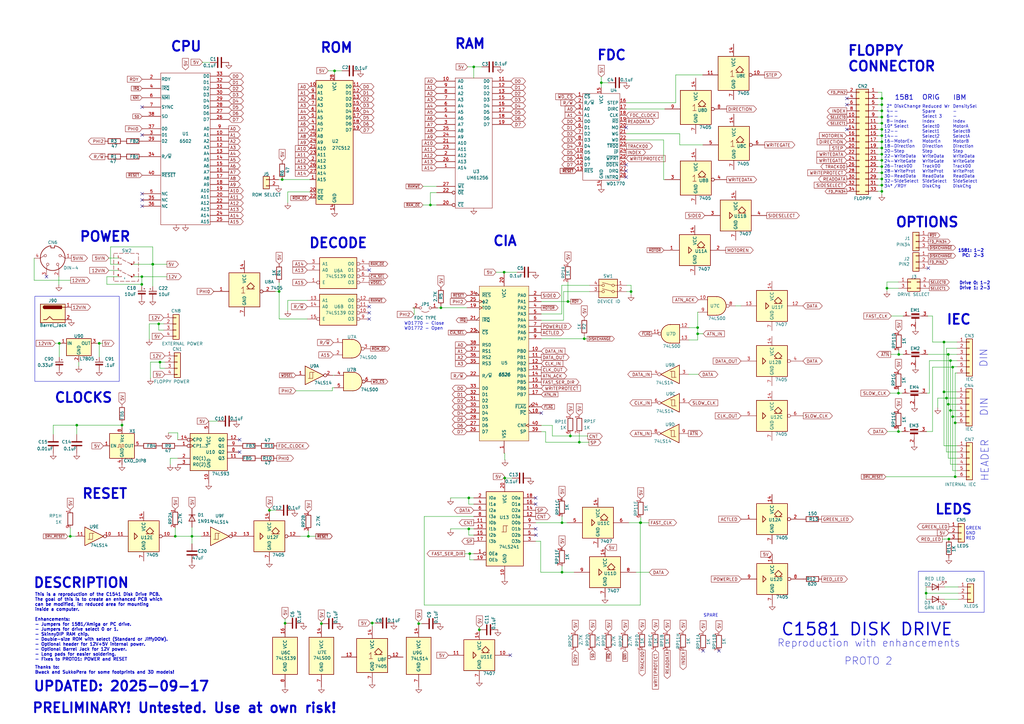
<source format=kicad_sch>
(kicad_sch (version 20250114) (generator "eeschema") (generator_version "9.0")
  (paper "A3")
  (title_block (title "C1541 Disk Drive PCB with Enhancements") (date "2025-09-17") (rev "PROTO2") (company "Steve J. Gray"))
  (rectangle (start 14.3002 121.5136) (end 48.9204 156.4386))
  (rectangle (start 376.682 234.2896) (end 403.6314 251.1552))
  (text "DECODE" (at 126.4666 102.2096 0) (effects (font (size 4 4) (thickness 0.8) (bold yes)) (justify left bottom)))
  (text "UPDATED: 2025-09-17" (at 13.462 283.972 0) (effects (font (size 4 4) (thickness 0.8) (bold yes)) (justify left bottom)))
  (text "ORIG" (at 378.1298 41.2242 0) (effects (font (size 2 2) (thickness 0.254) (bold yes)) (justify left bottom)))
  (text "Drive 0: 1-2\nDrive 1: 2-3" (at 406.1968 118.9736 0) (effects (font (size 1.27 1.27) (bold yes)) (justify right bottom)))
  (text "Reduced Wr\nSpare\nSelect 3\nIndex\nSelect0\nSelect1\nSelect2\nMotorEn\nDirection\nStep\nWriteData\nWriteGate\nTrack00\nWriteProt\nReadData\nSideSelect\nDiskChg\n" (at 378.1806 77.2414 0) (effects (font (size 1.27 1.27)) (justify left bottom)))
  (text " 2*\n 4-\n 6-\n 8-\n10*\n12-\n14-\n16-\n18-\n20-\n22-\n24-\n26-\n28-\n30-\n32-\n34*\n" (at 362.585 77.216 0) (effects (font (size 1.27 1.27)) (justify left bottom)))
  (text "DiskChange\n-\n-\nIndex\nSelect\n-\n-\nMotorEn\nDirection\nStep\nWriteData\nWriteGate\nTrack00\nWriteProt\nReadData\nSideSelect\n/RDY\n" (at 366.649 77.216 0) (effects (font (size 1.27 1.27)) (justify left bottom)))
  (text "CLOCKS" (at 22.098 165.608 0) (effects (font (size 4 4) (thickness 0.8) (bold yes)) (justify left bottom)))
  (text "POWER" (at 32.385 99.568 0) (effects (font (size 4 4) (thickness 0.8) (bold yes)) (justify left bottom)))
  (text "ROM" (at 131.1148 22.0726 0) (effects (font (size 4 4) (thickness 0.8) (bold yes)) (justify left bottom)))
  (text "DIN" (at 405.384 170.8912 90) (effects (font (size 3 3)) (justify left bottom)))
  (text "HEADER" (at 405.6888 197.612 90) (effects (font (size 3 3)) (justify left bottom)))
  (text "CIA" (at 201.93 101.346 0) (effects (font (size 4 4) (thickness 0.8) (bold yes)) (justify left bottom)))
  (text "LEDS" (at 383.2352 211.4042 0) (effects (font (size 4 4) (thickness 0.8) (bold yes)) (justify left bottom)))
  (text "RESET" (at 33.401 205.0034 0) (effects (font (size 4 4) (thickness 0.8) (bold yes)) (justify left bottom)))
  (text "DensitySel\n-\n-\nIndex\nMotorA\nSelectB\nSelectA\nMotorB\nDirection\nStep\nWriteData\nWriteGate\nTrack00\nWriteProt\nReadData\nSideSelect\nDiskChg\n" (at 390.7282 77.2414 0) (effects (font (size 1.27 1.27)) (justify left bottom)))
  (text "RAM" (at 186.2582 20.4724 0) (effects (font (size 4 4) (thickness 0.8) (bold yes)) (justify left bottom)))
  (text "This is a reproduction of the C1541 Disk Drive PCB.\nThe goal of this is to create an enhanced PCB which\ncan be modified, ie: reduced area for mounting \ninside a computer.\n\nEnhancements:\n- Jumpers for 1581/Amiga or PC drive.\n- Jumpers for drive select 0 or 1.\n- SkinnyDIP RAM chip.\n- Double-size ROM with select (Standard or JiffyDOW).\n- Optional header for 12V+5V internal power.\n- Optional Barrel Jack for 12V power.\n- Long pads for easier soldering.\n- Fixes to PROTO1: POWER and RESET" (at 14.224 271.272 0) (effects (font (size 1.27 1.27) (bold yes)) (justify left bottom)))
  (text "FLOPPY\nCONNECTOR" (at 347.472 29.718 0) (effects (font (size 4 4) (thickness 0.8) (bold yes)) (justify left bottom)))
  (text "1581" (at 366.903 41.275 0) (effects (font (size 2 2) (thickness 0.254) (bold yes)) (justify left bottom)))
  (text "IBM" (at 390.8552 41.3258 0) (effects (font (size 2 2) (thickness 0.254) (bold yes)) (justify left bottom)))
  (text "C1581 DISK DRIVE" (at 320.167 261.1882 0) (effects (font (size 5 5) (thickness 0.6) (bold yes)) (justify left bottom)))
  (text "CPU" (at 69.723 21.5646 0) (effects (font (size 4 4) (thickness 0.8) (bold yes)) (justify left bottom)))
  (text "PRELIMINARY! Untested. Use at own risk!" (at 12.954 292.862 0) (effects (font (size 4 4) (thickness 0.8) (bold yes)) (justify left bottom)))
  (text "Thanks to:\nBwack and SukkoPera for some footprints and 3D models!\n" (at 14.224 276.606 0) (effects (font (size 1.27 1.27) (bold yes)) (justify left bottom)))
  (text "1581: 1-2\nPC:	2-3" (at 403.606 105.664 0) (effects (font (size 1.27 1.27) (bold yes)) (justify right bottom)))
  (text "DESCRIPTION" (at 13.462 241.554 0) (effects (font (size 4 4) (thickness 0.8) (bold yes)) (justify left bottom)))
  (text "OPTIONS" (at 367.0808 93.6498 0) (effects (font (size 4 4) (thickness 0.8) (bold yes)) (justify left bottom)))
  (text "GREEN\nGND\nRED" (at 396.0368 221.5896 0) (effects (font (size 1.27 1.27)) (justify left bottom)))
  (text "SPARE" (at 288.4678 253.2634 0) (effects (font (size 1.27 1.27)) (justify left bottom)))
  (text "FDC" (at 244.602 25.146 0) (effects (font (size 4 4) (thickness 0.8) (bold yes)) (justify left bottom)))
  (text "Reproduction with enhancements" (at 318.7192 265.6586 0) (effects (font (size 3 3)) (justify left bottom)))
  (text "DIN" (at 405.2062 150.8252 90) (effects (font (size 3 3)) (justify left bottom)))
  (text "WD1770 - Close\nWD1772 - Open" (at 165.7604 135.5344 0) (effects (font (size 1.27 1.27)) (justify left bottom)))
  (text "IEC" (at 387.9342 133.5532 0) (effects (font (size 4 4) (thickness 0.8) (bold yes)) (justify left bottom)))
  (text "PROTO 2" (at 346.202 273.05 0) (effects (font (size 3 3)) (justify left bottom)))
  (junction (at 361.696 55.626))
  (junction (at 116.9162 255.6256))
  (junction (at 28.829 219.964))
  (junction (at 361.696 65.786))
  (junction (at 388.9502 145.3642))
  (junction (at 137.2108 29.0576))
  (junction (at 361.696 70.866))
  (junction (at 126.492 219.964))
  (junction (at 71.882 219.964))
  (junction (at 180.848 126.238))
  (junction (at 361.696 48.006))
  (junction (at 361.696 73.406))
  (junction (at 361.696 42.926))
  (junction (at 62.6618 108.3818))
  (junction (at 388.1882 163.2712))
  (junction (at 246.634 33.909))
  (junction (at 390.7282 170.8912))
  (junction (at 379.8316 243.2812))
  (junction (at 363.7788 118.2116))
  (junction (at 115.7478 73.6346))
  (junction (at 361.696 60.706))
  (junction (at 40.6908 140.8176))
  (junction (at 361.696 63.246))
  (junction (at 207.01 196.088))
  (junction (at 78.74 219.964))
  (junction (at 361.696 40.386))
  (junction (at 361.696 75.946))
  (junction (at 286.131 134.366))
  (junction (at 152.654 255.524))
  (junction (at 361.696 68.326))
  (junction (at 65.6082 148.5138))
  (junction (at 368.5032 161.2392))
  (junction (at 114.4778 119.5324))
  (junction (at 192.278 204.216))
  (junction (at 110.49 209.296))
  (junction (at 361.696 58.166))
  (junction (at 262.7884 214.376))
  (junction (at 196.596 258.2926))
  (junction (at 361.696 78.486))
  (junction (at 237.617 181.356))
  (junction (at 239.649 138.938))
  (junction (at 194.31 27.432))
  (junction (at 361.696 45.466))
  (junction (at 262.636 214.376))
  (junction (at 389.8392 147.9042))
  (junction (at 58.1914 113.4618))
  (junction (at 391.7442 195.5292))
  (junction (at 389.1788 221.0816))
  (junction (at 58.166 116.6368))
  (junction (at 65.1002 132.842))
  (junction (at 361.696 50.546))
  (junction (at 389.8392 168.3512))
  (junction (at 192.278 216.916))
  (junction (at 230.505 234.696))
  (junction (at 387.1722 140.2842))
  (junction (at 131.826 255.778))
  (junction (at 31.496 174.371))
  (junction (at 62.6364 108.3818))
  (junction (at 171.704 255.778))
  (junction (at 368.6302 145.3642))
  (junction (at 230.505 214.376))
  (junction (at 192.659 227.076))
  (junction (at 388.9502 165.8112))
  (junction (at 368.5032 176.9872))
  (junction (at 206.756 111.633))
  (junction (at 390.7282 150.5712))
  (junction (at 232.9434 123.6726))
  (junction (at 286.131 136.906))
  (junction (at 24.3332 140.8176))
  (junction (at 391.7442 173.4312))
  (junction (at 258.826 119.5832))
  (junction (at 387.1722 160.7312))
  (junction (at 233.934 178.816))
  (junction (at 176.53 84.074))
  (junction (at 50.038 174.371))
  (junction (at 361.696 53.086))
  (no_connect (at 219.837 219.456))
  (no_connect (at 256.794 70.104))
  (no_connect (at 151.4348 128.2954))
  (no_connect (at 58.293 55.3466))
  (no_connect (at 256.794 52.324))
  (no_connect (at 151.4348 125.7554))
  (no_connect (at 347.345 42.926))
  (no_connect (at 58.293 43.9166))
  (no_connect (at 219.71 206.756))
  (no_connect (at 288.3916 266.9286))
  (no_connect (at 256.794 67.564))
  (no_connect (at 380.746 109.982))
  (no_connect (at 58.293 84.5566))
  (no_connect (at 98.298 185.42))
  (no_connect (at 219.71 204.216))
  (no_connect (at 219.71 216.916))
  (no_connect (at 256.794 72.644))
  (no_connect (at 151.4348 110.7694))
  (no_connect (at 151.4348 130.8354))
  (no_connect (at 347.345 40.386))
  (no_connect (at 221.996 169.418))
  (no_connect (at 294.894 266.954))
  (no_connect (at 58.293 82.0166))
  (no_connect (at 209.296 268.732))
  (no_connect (at 19.0754 113.4872))
  (no_connect (at 347.345 53.086))
  (no_connect (at 58.293 79.4766))
  (no_connect (at 98.298 180.34))
  (wire (pts (xy 71.882 219.964) (xy 78.74 219.964)))
  (wire (pts (xy 360.045 78.486) (xy 361.696 78.486)))
  (wire (pts (xy 114.6048 130.8354) (xy 126.0348 130.8354)))
  (wire (pts (xy 22.6822 140.8176) (xy 24.3332 140.8176)))
  (wire (pts (xy 368.5032 175.8442) (xy 368.5032 176.9872)))
  (wire (pts (xy 192.278 204.216) (xy 194.31 204.216)))
  (wire (pts (xy 45.339 101.2698) (xy 62.6364 101.2698)))
  (wire (pts (xy 180.848 126.238) (xy 180.848 125.476)))
  (wire (pts (xy 226.568 178.816) (xy 226.568 174.498)))
  (wire (pts (xy 241.046 178.943) (xy 240.919 178.943)))
  (wire (pts (xy 65.6082 148.5138) (xy 67.6402 148.5138)))
  (wire (pts (xy 54.8894 113.4618) (xy 58.1914 113.4618)))
  (wire (pts (xy 194.31 27.432) (xy 194.31 32.004)))
  (wire (pts (xy 116.8908 253.873) (xy 116.9162 253.873)))
  (wire (pts (xy 62.6618 108.3818) (xy 62.6364 108.3818)))
  (wire (pts (xy 361.696 55.626) (xy 361.696 58.166)))
  (wire (pts (xy 226.568 174.498) (xy 221.996 174.498)))
  (wire (pts (xy 43.8404 113.4618) (xy 48.5394 113.4618)))
  (wire (pts (xy 286.131 139.446) (xy 286.131 136.906)))
  (wire (pts (xy 233.934 177.927) (xy 233.934 178.816)))
  (wire (pts (xy 28.829 219.964) (xy 30.988 219.964)))
  (wire (pts (xy 58.166 116.6368) (xy 58.1914 116.6368)))
  (wire (pts (xy 192.278 216.916) (xy 194.31 216.916)))
  (wire (pts (xy 110.49 208.534) (xy 110.49 209.296)))
  (wire (pts (xy 231.14 119.5832) (xy 241.808 119.5832)))
  (wire (pts (xy 382.4732 129.6162) (xy 380.5682 129.6162)))
  (wire (pts (xy 134.62 28.956) (xy 134.62 29.0576)))
  (wire (pts (xy 171.7294 281.686) (xy 171.7294 281.6606)))
  (wire (pts (xy 192.278 206.756) (xy 194.31 206.756)))
  (wire (pts (xy 45.339 108.3818) (xy 48.5394 108.3818)))
  (wire (pts (xy 62.6618 108.3818) (xy 62.6618 117.5004)))
  (wire (pts (xy 169.8752 128.9558) (xy 169.7482 128.9558)))
  (wire (pts (xy 391.7442 173.4312) (xy 392.3792 173.4312)))
  (wire (pts (xy 360.045 50.546) (xy 361.696 50.546)))
  (wire (pts (xy 389.8392 190.4492) (xy 392.5062 190.4492)))
  (wire (pts (xy 361.696 37.846) (xy 361.696 40.386)))
  (wire (pts (xy 392.5062 147.9042) (xy 389.8392 147.9042)))
  (wire (pts (xy 361.696 42.926) (xy 361.696 45.466)))
  (wire (pts (xy 246.634 33.909) (xy 249.428 33.909)))
  (wire (pts (xy 361.696 60.706) (xy 361.696 63.246)))
  (wire (pts (xy 365.3282 145.3642) (xy 368.6302 145.3642)))
  (wire (pts (xy 152.654 255.524) (xy 151.892 255.524)))
  (wire (pts (xy 262.636 214.376) (xy 262.636 248.158)))
  (wire (pts (xy 388.9502 145.3642) (xy 392.5062 145.3642)))
  (wire (pts (xy 286.512 153.543) (xy 282.448 153.543)))
  (wire (pts (xy 256.794 54.864) (xy 278.765 54.864)))
  (wire (pts (xy 62.6618 108.3818) (xy 68.4784 108.3818)))
  (wire (pts (xy 365.0742 161.2392) (xy 368.5032 161.2392)))
  (wire (pts (xy 207.01 196.088) (xy 210.058 196.088)))
  (wire (pts (xy 230.505 232.156) (xy 230.505 234.696)))
  (wire (pts (xy 379.8316 243.2812) (xy 393.0142 243.2812)))
  (wire (pts (xy 61.214 132.842) (xy 65.1002 132.842)))
  (wire (pts (xy 381.2032 147.9042) (xy 389.8392 147.9042)))
  (wire (pts (xy 43.8404 113.4618) (xy 43.8404 116.6368)))
  (wire (pts (xy 239.649 138.938) (xy 221.996 138.938)))
  (wire (pts (xy 380.0602 176.9872) (xy 382.4732 176.9872)))
  (wire (pts (xy 390.7282 192.9892) (xy 392.5062 192.9892)))
  (wire (pts (xy 232.9434 123.6726) (xy 221.996 123.6726)))
  (wire (pts (xy 126.492 217.678) (xy 126.492 219.964)))
  (wire (pts (xy 118.0338 123.2154) (xy 126.0348 123.2154)))
  (wire (pts (xy 112.9538 119.5324) (xy 114.4778 119.5324)))
  (wire (pts (xy 192.278 206.756) (xy 192.278 204.216)))
  (wire (pts (xy 152.654 255.524) (xy 152.654 256.794)))
  (wire (pts (xy 387.3754 221.0816) (xy 389.1788 221.0816)))
  (wire (pts (xy 391.7442 195.5292) (xy 392.5062 195.5292)))
  (wire (pts (xy 361.696 63.246) (xy 361.696 65.786)))
  (wire (pts (xy 223.774 181.356) (xy 223.774 177.038)))
  (wire (pts (xy 361.696 73.406) (xy 361.696 75.946)))
  (wire (pts (xy 180.848 126.238) (xy 191.516 126.238)))
  (wire (pts (xy 65.1002 135.382) (xy 65.1002 132.842)))
  (wire (pts (xy 272.161 73.66) (xy 272.669 73.66)))
  (wire (pts (xy 71.882 216.408) (xy 71.882 219.964)))
  (wire (pts (xy 72.898 180.34) (xy 72.898 177.546)))
  (wire (pts (xy 113.284 209.296) (xy 110.49 209.296)))
  (wire (pts (xy 388.1882 142.8242) (xy 388.1882 163.2712)))
  (wire (pts (xy 219.71 221.996) (xy 221.742 221.996)))
  (wire (pts (xy 114.4778 119.5324) (xy 114.4778 130.7084)))
  (wire (pts (xy 233.934 178.816) (xy 226.568 178.816)))
  (wire (pts (xy 258.826 119.5832) (xy 258.826 117.0432)))
  (wire (pts (xy 390.7282 170.8912) (xy 392.3792 170.8912)))
  (wire (pts (xy 379.8316 245.8212) (xy 379.8316 243.2812)))
  (wire (pts (xy 237.617 181.356) (xy 223.774 181.356)))
  (wire (pts (xy 223.774 177.038) (xy 221.996 177.038)))
  (wire (pts (xy 387.1722 140.2842) (xy 387.1722 160.7312)))
  (wire (pts (xy 173.99 211.836) (xy 173.99 248.158)))
  (wire (pts (xy 286.131 134.366) (xy 282.575 134.366)))
  (wire (pts (xy 382.4732 140.2842) (xy 387.1722 140.2842)))
  (wire (pts (xy 207.01 185.928) (xy 207.01 188.595)))
  (wire (pts (xy 387.4262 240.7412) (xy 393.0142 240.7412)))
  (wire (pts (xy 115.7478 73.66) (xy 115.7478 73.6346)))
  (wire (pts (xy 83.185 25.6286) (xy 86.233 25.6286)))
  (wire (pts (xy 387.3754 221.107) (xy 387.3754 221.0816)))
  (wire (pts (xy 391.7442 152.9842) (xy 391.7442 173.4312)))
  (wire (pts (xy 207.01 188.595) (xy 207.137 188.595)))
  (wire (pts (xy 368.6302 143.7132) (xy 368.6302 145.3642)))
  (wire (pts (xy 115.7224 73.6346) (xy 115.7478 73.6346)))
  (wire (pts (xy 361.696 53.086) (xy 361.696 55.626)))
  (wire (pts (xy 171.7294 281.6606) (xy 171.7548 281.6606)))
  (wire (pts (xy 44.6278 105.8164) (xy 44.6024 105.8164)))
  (wire (pts (xy 360.045 42.926) (xy 361.696 42.926)))
  (wire (pts (xy 196.6468 257.3274) (xy 196.596 257.3274)))
  (wire (pts (xy 83.058 25.5016) (xy 83.185 25.5016)))
  (wire (pts (xy 240.919 178.816) (xy 233.934 178.816)))
  (wire (pts (xy 392.5062 150.4442) (xy 390.7282 150.4442)))
  (wire (pts (xy 44.6024 105.8164) (xy 44.6024 105.8418)))
  (wire (pts (xy 262.7884 214.376) (xy 266.192 214.376)))
  (wire (pts (xy 171.704 254.9144) (xy 171.704 255.778)))
  (wire (pts (xy 230.378 128.778) (xy 221.996 128.778)))
  (wire (pts (xy 388.1882 185.3692) (xy 392.5062 185.3692)))
  (wire (pts (xy 363.7788 115.6716) (xy 363.7788 118.2116)))
  (wire (pts (xy 240.792 138.938) (xy 239.649 138.938)))
  (wire (pts (xy 173.99 248.158) (xy 262.636 248.158)))
  (wire (pts (xy 241.554 181.483) (xy 241.554 181.356)))
  (wire (pts (xy 110.49 209.296) (xy 110.49 209.804)))
  (wire (pts (xy 40.6908 140.8176) (xy 42.0624 140.8176)))
  (wire (pts (xy 361.696 50.546) (xy 361.696 53.086)))
  (wire (pts (xy 278.765 59.436) (xy 278.765 54.864)))
  (wire (pts (xy 134.62 29.0576) (xy 137.2108 29.0576)))
  (wire (pts (xy 266.2682 234.696) (xy 260.858 234.696)))
  (wire (pts (xy 240.919 178.943) (xy 240.919 178.816)))
  (wire (pts (xy 387.1722 160.7312) (xy 387.1722 182.8292)))
  (wire (pts (xy 361.696 58.166) (xy 361.696 60.706)))
  (wire (pts (xy 129.54 219.964) (xy 126.492 219.964)))
  (wire (pts (xy 234.0356 123.6726) (xy 232.9434 123.6726)))
  (wire (pts (xy 258.826 117.0432) (xy 257.048 117.0432)))
  (wire (pts (xy 360.045 48.006) (xy 361.696 48.006)))
  (wire (pts (xy 266.2682 234.7468) (xy 266.2682 234.696)))
  (wire (pts (xy 50.038 173.482) (xy 50.038 174.371)))
  (wire (pts (xy 137.2108 29.0576) (xy 140.2588 29.0576)))
  (wire (pts (xy 71.628 219.964) (xy 71.882 219.964)))
  (wire (pts (xy 169.8752 126.2888) (xy 169.8752 128.9558)))
  (wire (pts (xy 380.5682 145.3642) (xy 388.9502 145.3642)))
  (wire (pts (xy 361.696 78.486) (xy 361.696 79.756)))
  (wire (pts (xy 131.826 254.9144) (xy 131.826 255.778)))
  (wire (pts (xy 116.9162 253.873) (xy 116.9162 255.6256)))
  (wire (pts (xy 361.696 68.326) (xy 361.696 70.866)))
  (wire (pts (xy 368.5032 159.7152) (xy 368.5032 161.2392)))
  (wire (pts (xy 69.85 187.96) (xy 72.898 187.96)))
  (wire (pts (xy 206.756 111.633) (xy 212.09 111.633)))
  (wire (pts (xy 381.2032 161.2392) (xy 381.2032 147.9042)))
  (wire (pts (xy 176.53 84.074) (xy 176.53 78.994)))
  (wire (pts (xy 39.9542 140.8176) (xy 40.6908 140.8176)))
  (wire (pts (xy 203.454 111.633) (xy 206.756 111.633)))
  (wire (pts (xy 126.492 219.964) (xy 123.19 219.964)))
  (wire (pts (xy 278.765 59.436) (xy 288.29 59.436)))
  (wire (pts (xy 365.5822 129.6162) (xy 370.4082 129.6162)))
  (wire (pts (xy 136.3218 159.0294) (xy 136.3218 160.2994)))
  (wire (pts (xy 256.794 59.944) (xy 256.921 59.944)))
  (wire (pts (xy 24.3332 140.8176) (xy 24.3332 146.5072)))
  (wire (pts (xy 67.6402 151.0538) (xy 65.6082 151.0538)))
  (wire (pts (xy 118.0338 78.7146) (xy 118.0338 83.1596)))
  (wire (pts (xy 360.045 75.946) (xy 361.696 75.946)))
  (wire (pts (xy 360.045 63.246) (xy 361.696 63.246)))
  (wire (pts (xy 32.3342 148.4376) (xy 32.3342 150.1648)))
  (wire (pts (xy 50.038 174.371) (xy 31.496 174.371)))
  (wire (pts (xy 389.8392 168.3512) (xy 392.3792 168.3512)))
  (wire (pts (xy 368.5032 161.2392) (xy 370.0272 161.2392)))
  (wire (pts (xy 40.6908 140.8176) (xy 40.6908 146.5072)))
  (wire (pts (xy 192.278 219.456) (xy 194.31 219.456)))
  (wire (pts (xy 387.1722 140.2842) (xy 392.5062 140.2842)))
  (wire (pts (xy 176.53 78.994) (xy 179.07 78.994)))
  (wire (pts (xy 230.378 117.0432) (xy 241.808 117.0432)))
  (wire (pts (xy 392.5062 142.8242) (xy 388.1882 142.8242)))
  (wire (pts (xy 329.311 170.561) (xy 329.438 170.561)))
  (wire (pts (xy 368.4778 115.6716) (xy 363.7788 115.6716)))
  (wire (pts (xy 272.161 73.66) (xy 272.161 57.404)))
  (wire (pts (xy 13.9954 114.9858) (xy 28.956 114.9858)))
  (wire (pts (xy 207.01 195.453) (xy 207.01 196.088)))
  (wire (pts (xy 392.5062 152.9842) (xy 391.7442 152.9842)))
  (wire (pts (xy 206.756 111.633) (xy 206.756 112.268)))
  (wire (pts (xy 173.482 76.454) (xy 179.07 76.454)))
  (wire (pts (xy 231.14 119.5832) (xy 231.14 131.318)))
  (wire (pts (xy 382.4732 150.5712) (xy 390.7282 150.5712)))
  (wire (pts (xy 192.278 216.916) (xy 184.785 216.916)))
  (wire (pts (xy 258.826 119.5832) (xy 258.826 120.8532)))
  (wire (pts (xy 62.6364 101.2698) (xy 62.6364 108.3818)))
  (wire (pts (xy 45.339 101.2698) (xy 45.339 108.3818)))
  (wire (pts (xy 246.634 33.909) (xy 246.634 35.814)))
  (wire (pts (xy 173.482 84.074) (xy 176.53 84.074)))
  (wire (pts (xy 257.048 119.5832) (xy 258.826 119.5832)))
  (wire (pts (xy 390.7282 150.5712) (xy 390.7282 170.8912)))
  (wire (pts (xy 391.7442 195.5546) (xy 391.7442 195.5292)))
  (wire (pts (xy 286.131 136.906) (xy 288.417 136.906)))
  (wire (pts (xy 13.9954 105.8672) (xy 13.9954 114.9858)))
  (wire (pts (xy 221.996 123.6726) (xy 221.996 123.698)))
  (wire (pts (xy 219.71 214.376) (xy 230.505 214.376)))
  (wire (pts (xy 115.7478 73.6346) (xy 127.0508 73.6346)))
  (wire (pts (xy 363.9312 176.9872) (xy 368.5032 176.9872)))
  (wire (pts (xy 58.166 116.6368) (xy 58.166 117.4242)))
  (wire (pts (xy 87.6808 119.5324) (xy 87.5538 119.5324)))
  (wire (pts (xy 257.937 214.376) (xy 262.636 214.376)))
  (wire (pts (xy 171.704 281.686) (xy 171.7294 281.686)))
  (wire (pts (xy 44.6278 110.9218) (xy 48.5394 110.9218)))
  (wire (pts (xy 61.722 148.5138) (xy 65.6082 148.5138)))
  (wire (pts (xy 61.722 155.1178) (xy 61.722 148.5138)))
  (wire (pts (xy 78.74 219.964) (xy 78.74 223.012)))
  (wire (pts (xy 137.0838 159.0294) (xy 136.3218 159.0294)))
  (wire (pts (xy 266.2682 234.7468) (xy 266.2936 234.7468)))
  (wire (pts (xy 360.045 70.866) (xy 361.696 70.866)))
  (wire (pts (xy 239.649 137.795) (xy 239.649 138.938)))
  (wire (pts (xy 363.7788 118.2116) (xy 363.7788 119.3546)))
  (wire (pts (xy 131.826 255.778) (xy 131.826 256.286)))
  (wire (pts (xy 171.704 255.778) (xy 171.704 256.286)))
  (wire (pts (xy 381.2032 161.2392) (xy 380.1872 161.2392)))
  (wire (pts (xy 277.114 30.734) (xy 288.163 30.734)))
  (wire (pts (xy 65.6082 151.0538) (xy 65.6082 148.5138)))
  (wire (pts (xy 196.596 257.3274) (xy 196.596 258.2926)))
  (wire (pts (xy 286.131 136.906) (xy 286.131 134.366)))
  (wire (pts (xy 184.785 204.216) (xy 184.785 204.47)))
  (wire (pts (xy 78.74 216.281) (xy 78.74 219.964)))
  (wire (pts (xy 153.924 255.524) (xy 152.654 255.524)))
  (wire (pts (xy 382.4732 150.5712) (xy 382.4732 176.9872)))
  (wire (pts (xy 360.045 37.846) (xy 361.696 37.846)))
  (wire (pts (xy 361.696 70.866) (xy 361.696 73.406)))
  (wire (pts (xy 137.2108 29.0576) (xy 137.2108 30.4546)))
  (wire (pts (xy 136.5758 153.9494) (xy 137.0838 153.9494)))
  (wire (pts (xy 231.14 131.318) (xy 221.996 131.318)))
  (wire (pts (xy 118.0338 127.4064) (xy 118.0338 123.2154)))
  (wire (pts (xy 121.3358 160.2994) (xy 136.3218 160.2994)))
  (wire (pts (xy 207.01 196.088) (xy 207.01 196.596)))
  (wire (pts (xy 206.756 185.928) (xy 207.01 185.928)))
  (wire (pts (xy 179.07 84.074) (xy 176.53 84.074)))
  (wire (pts (xy 361.696 75.946) (xy 361.696 78.486)))
  (wire (pts (xy 388.9502 145.3642) (xy 388.9502 165.8112)))
  (wire (pts (xy 114.6048 130.7084) (xy 114.6048 130.8354)))
  (wire (pts (xy 54.8894 108.3818) (xy 62.6364 108.3818)))
  (wire (pts (xy 232.9434 115.697) (xy 232.9434 123.6726)))
  (wire (pts (xy 262.7884 212.344) (xy 262.7884 214.376)))
  (wire (pts (xy 61.214 139.0904) (xy 61.214 132.842)))
  (wire (pts (xy 230.505 214.376) (xy 232.537 214.376)))
  (wire (pts (xy 363.7788 118.2116) (xy 368.4778 118.2116)))
  (wire (pts (xy 237.617 177.927) (xy 237.617 181.356)))
  (wire (pts (xy 277.114 42.164) (xy 277.114 30.734)))
  (wire (pts (xy 50.038 174.371) (xy 50.038 175.26)))
  (wire (pts (xy 31.496 174.371) (xy 21.844 174.371)))
  (wire (pts (xy 190.627 227.076) (xy 192.659 227.076)))
  (wire (pts (xy 192.659 229.616) (xy 192.659 227.076)))
  (wire (pts (xy 78.74 219.964) (xy 82.55 219.964)))
  (wire (pts (xy 21.844 174.371) (xy 21.844 178.181)))
  (wire (pts (xy 43.8404 116.6368) (xy 58.166 116.6368)))
  (wire (pts (xy 67.1322 135.382) (xy 65.1002 135.382)))
  (wire (pts (xy 114.4778 115.8494) (xy 114.4778 119.5324)))
  (wire (pts (xy 282.575 139.446) (xy 286.131 139.446)))
  (wire (pts (xy 179.5272 126.2888) (xy 180.848 126.2888)))
  (wire (pts (xy 58.1914 113.4618) (xy 58.1914 116.6368)))
  (wire (pts (xy 390.7282 170.8912) (xy 390.7282 192.9892)))
  (wire (pts (xy 387.4516 245.8212) (xy 393.0142 245.8212)))
  (wire (pts (xy 192.659 227.076) (xy 194.31 227.076)))
  (wire (pts (xy 169.3672 126.2888) (xy 169.8752 126.2888)))
  (wire (pts (xy 191.77 27.432) (xy 194.31 27.432)))
  (wire (pts (xy 184.785 216.916) (xy 184.785 217.17)))
  (wire (pts (xy 379.8062 243.2812) (xy 379.8316 243.2812)))
  (wire (pts (xy 360.045 55.626) (xy 361.696 55.626)))
  (wire (pts (xy 72.898 177.546) (xy 69.088 177.546)))
  (wire (pts (xy 230.505 211.836) (xy 230.505 214.376)))
  (wire (pts (xy 194.31 211.836) (xy 173.99 211.836)))
  (wire (pts (xy 388.9502 165.8112) (xy 392.3792 165.8112)))
  (wire (pts (xy 256.794 42.164) (xy 277.114 42.164)))
  (wire (pts (xy 27.813 219.964) (xy 28.829 219.964)))
  (wire (pts (xy 389.8392 168.3512) (xy 389.8392 190.4492)))
  (wire (pts (xy 361.696 48.006) (xy 361.696 50.546)))
  (wire (pts (xy 262.636 214.376) (xy 262.7884 214.376)))
  (wire (pts (xy 256.794 57.404) (xy 272.161 57.404)))
  (wire (pts (xy 361.696 45.466) (xy 361.696 48.006)))
  (wire (pts (xy 384.6322 163.2712) (xy 384.6322 167.2082)))
  (wire (pts (xy 360.045 58.166) (xy 361.696 58.166)))
  (wire (pts (xy 69.85 190.5) (xy 69.85 187.96)))
  (wire (pts (xy 388.9502 165.8112) (xy 388.9502 187.9092)))
  (wire (pts (xy 388.1882 163.2712) (xy 388.1882 185.3692)))
  (wire (pts (xy 360.045 45.466) (xy 361.696 45.466)))
  (wire (pts (xy 194.31 27.432) (xy 197.612 27.432)))
  (wire (pts (xy 286.131 128.016) (xy 286.385 128.016)))
  (wire (pts (xy 58.1914 113.4618) (xy 68.4784 113.4618)))
  (wire (pts (xy 221.742 221.996) (xy 221.742 234.696)))
  (wire (pts (xy 127.0508 78.7146) (xy 118.0338 78.7146)))
  (wire (pts (xy 44.6024 105.8418) (xy 48.5394 105.8418)))
  (wire (pts (xy 386.461 221.107) (xy 387.3754 221.107)))
  (wire (pts (xy 192.278 204.216) (xy 184.785 204.216)))
  (wire (pts (xy 361.696 65.786) (xy 361.696 68.326)))
  (wire (pts (xy 360.045 65.786) (xy 361.696 65.786)))
  (wire (pts (xy 230.505 234.696) (xy 235.458 234.696)))
  (wire (pts (xy 114.4778 130.7084) (xy 114.6048 130.7084)))
  (wire (pts (xy 241.554 181.356) (xy 237.617 181.356)))
  (wire (pts (xy 360.045 60.706) (xy 361.696 60.706)))
  (wire (pts (xy 24.3332 140.8176) (xy 24.7142 140.8176)))
  (wire (pts (xy 363.3216 195.5546) (xy 391.7442 195.5546)))
  (wire (pts (xy 196.596 258.2926) (xy 196.596 258.572)))
  (wire (pts (xy 180.848 126.2888) (xy 180.848 126.238)))
  (wire (pts (xy 387.1722 160.7312) (xy 392.3792 160.7312)))
  (wire (pts (xy 389.8392 147.9042) (xy 389.8392 168.3512)))
  (wire (pts (xy 387.1722 182.8292) (xy 392.5062 182.8292)))
  (wire (pts (xy 286.131 134.366) (xy 286.131 128.016)))
  (wire (pts (xy 171.704 255.778) (xy 172.974 255.778)))
  (wire (pts (xy 114.2746 73.66) (xy 115.7478 73.66)))
  (wire (pts (xy 24.1554 113.4872) (xy 24.1554 116.7892)))
  (wire (pts (xy 360.045 68.326) (xy 361.696 68.326)))
  (wire (pts (xy 391.7442 173.4312) (xy 391.7442 195.5292)))
  (wire (pts (xy 28.829 216.662) (xy 28.829 219.964)))
  (wire (pts (xy 368.5032 176.9872) (xy 369.9002 176.9872)))
  (wire (pts (xy 230.378 117.0432) (xy 230.378 128.778)))
  (wire (pts (xy 388.1882 163.2712) (xy 392.3792 163.2712)))
  (wire (pts (xy 116.9162 255.6256) (xy 116.9162 256.2606)))
  (wire (pts (xy 194.31 229.616) (xy 192.659 229.616)))
  (wire (pts (xy 368.6302 145.3642) (xy 370.4082 145.3642)))
  (wire (pts (xy 360.045 73.406) (xy 361.696 73.406)))
  (wire (pts (xy 85.598 172.72) (xy 89.408 172.72)))
  (wire (pts (xy 360.045 40.386) (xy 361.696 40.386)))
  (wire (pts (xy 246.634 31.496) (xy 246.634 33.909)))
  (wire (pts (xy 192.278 219.456) (xy 192.278 216.916)))
  (wire (pts (xy 256.794 44.704) (xy 272.669 44.704)))
  (wire (pts (xy 384.6322 163.2712) (xy 388.1882 163.2712)))
  (wire (pts (xy 31.496 174.371) (xy 31.496 178.181)))
  (wire (pts (xy 65.1002 132.842) (xy 67.1322 132.842)))
  (wire (pts (xy 388.9502 187.9092) (xy 392.5062 187.9092)))
  (wire (pts (xy 379.8062 243.2812) (xy 379.8062 240.7412)))
  (wire (pts (xy 382.4732 140.2842) (xy 382.4732 129.6162)))
  (wire (pts (xy 83.185 25.5016) (xy 83.185 25.6286)))
  (wire (pts (xy 221.742 234.696) (xy 230.505 234.696)))
  (wire (pts (xy 301.625 125.476) (xy 303.911 125.476)))
  (wire (pts (xy 361.696 40.386) (xy 361.696 42.926)))
  (wire (pts (xy 360.045 53.086) (xy 361.696 53.086)))
  (wire (pts (xy 390.7282 150.5712) (xy 390.7282 150.4442)))
  (global_label "~{FLAG}" (shape output) (at 267.335 136.906 180) (effects (font (size 1 1))) (property "Intersheetrefs" "${INTERSHEET_REFS}" (effects (hide yes))))
  (global_label "5V" (shape input) (at 126.492 210.058 90) (property "Intersheetrefs" "${INTERSHEET_REFS}" (effects (hide yes))))
  (global_label "S0" (shape input) (at 58.293 47.7266 180) (effects (font (size 1 1))) (property "Intersheetrefs" "${INTERSHEET_REFS}" (effects (hide yes))))
  (global_label "D1" (shape bidirectional) (at 191.516 161.798 180) (property "Intersheetrefs" "${INTERSHEET_REFS}" (effects (hide yes))))
  (global_label "A8" (shape output) (at 93.853 73.1266 0) (property "Intersheetrefs" "${INTERSHEET_REFS}" (effects (hide yes))))
  (global_label "5V" (shape input) (at 85.598 172.72 180) (property "Intersheetrefs" "${INTERSHEET_REFS}" (effects (hide yes))))
  (global_label "5V" (shape input) (at 237.617 170.307 90) (property "Intersheetrefs" "${INTERSHEET_REFS}" (effects (hide yes))))
  (global_label "TRACK00" (shape output) (at 263.3726 266.573 270) (property "Intersheetrefs" "${INTERSHEET_REFS}" (effects (hide yes))))
  (global_label "R{slash}~{W}" (shape input) (at 126.0348 125.7554 180) (property "Intersheetrefs" "${INTERSHEET_REFS}" (effects (hide yes))))
  (global_label "~{MOTOR}" (shape input) (at 272.288 102.616 180) (effects (font (size 1 1))) (property "Intersheetrefs" "${INTERSHEET_REFS}" (effects (hide yes))))
  (global_label "D4" (shape bidirectional) (at 209.55 43.434 0) (property "Intersheetrefs" "${INTERSHEET_REFS}" (effects (hide yes))))
  (global_label "5V" (shape input) (at 134.62 28.956 180) (property "Intersheetrefs" "${INTERSHEET_REFS}" (effects (hide yes))))
  (global_label "D6" (shape bidirectional) (at 191.516 174.498 180) (property "Intersheetrefs" "${INTERSHEET_REFS}" (effects (hide yes))))
  (global_label "A4" (shape input) (at 179.07 43.434 180) (property "Intersheetrefs" "${INTERSHEET_REFS}" (effects (hide yes))))
  (global_label "GREEN_LED" (shape output) (at 336.9564 212.9282 0) (property "Intersheetrefs" "${INTERSHEET_REFS}" (effects (hide yes))))
  (global_label "CNT" (shape output) (at 219.71 211.836 0) (property "Intersheetrefs" "${INTERSHEET_REFS}" (effects (hide yes))))
  (global_label "5V" (shape input) (at 28.829 209.042 90) (property "Intersheetrefs" "${INTERSHEET_REFS}" (effects (hide yes))))
  (global_label "RED_LED" (shape output) (at 337.058 237.49 0) (property "Intersheetrefs" "${INTERSHEET_REFS}" (effects (hide yes))))
  (global_label "D0" (shape bidirectional) (at 93.853 31.2166 0) (property "Intersheetrefs" "${INTERSHEET_REFS}" (effects (hide yes))))
  (global_label "~{WD_CS}" (shape input) (at 236.474 39.624 180) (property "Intersheetrefs" "${INTERSHEET_REFS}" (effects (hide yes))))
  (global_label "A10" (shape input) (at 179.07 58.674 180) (property "Intersheetrefs" "${INTERSHEET_REFS}" (effects (hide yes))))
  (global_label "CLK_IN" (shape input) (at 221.996 149.098 0) (property "Intersheetrefs" "${INTERSHEET_REFS}" (effects (hide yes))))
  (global_label "D5" (shape bidirectional) (at 209.55 45.974 0) (property "Intersheetrefs" "${INTERSHEET_REFS}" (effects (hide yes))))
  (global_label "GREEN_LED" (shape output) (at 389.1788 216.0016 180) (property "Intersheetrefs" "${INTERSHEET_REFS}" (effects (hide yes))))
  (global_label "12V" (shape input) (at 67.1322 130.302 180) (property "Intersheetrefs" "${INTERSHEET_REFS}" (effects (hide yes))))
  (global_label "~{IRQ}" (shape input) (at 249.6566 266.7 270) (effects (font (size 1 1))) (property "Intersheetrefs" "${INTERSHEET_REFS}" (effects (hide yes))))
  (global_label "5V" (shape input) (at 316.738 227.33 180) (property "Intersheetrefs" "${INTERSHEET_REFS}" (effects (hide yes))))
  (global_label "~{RAMWE}" (shape output) (at 151.4348 123.2154 0) (effects (font (size 1 1))) (property "Intersheetrefs" "${INTERSHEET_REFS}" (effects (hide yes))))
  (global_label "D3" (shape bidirectional) (at 209.55 40.894 0) (property "Intersheetrefs" "${INTERSHEET_REFS}" (effects (hide yes))))
  (global_label "D5" (shape bidirectional) (at 236.474 62.484 180) (property "Intersheetrefs" "${INTERSHEET_REFS}" (effects (hide yes))))
  (global_label "~{DRV_RESET}" (shape input) (at 363.3216 195.5546 180) (effects (font (size 1 1))) (property "Intersheetrefs" "${INTERSHEET_REFS}" (effects (hide yes))))
  (global_label "PHI0" (shape input) (at 87.6808 119.5324 180) (property "Intersheetrefs" "${INTERSHEET_REFS}" (effects (hide yes))))
  (global_label "A3" (shape input) (at 127.0508 43.1546 180) (property "Intersheetrefs" "${INTERSHEET_REFS}" (effects (hide yes))))
  (global_label "A9" (shape input) (at 179.07 56.134 180) (property "Intersheetrefs" "${INTERSHEET_REFS}" (effects (hide yes))))
  (global_label "D7" (shape bidirectional) (at 191.516 177.038 180) (property "Intersheetrefs" "${INTERSHEET_REFS}" (effects (hide yes))))
  (global_label "A3" (shape output) (at 93.853 60.4266 0) (property "Intersheetrefs" "${INTERSHEET_REFS}" (effects (hide yes))))
  (global_label "PHI2" (shape input) (at 121.3358 160.2994 180) (property "Intersheetrefs" "${INTERSHEET_REFS}" (effects (hide yes))))
  (global_label "A9" (shape input) (at 127.0508 58.3946 180) (property "Intersheetrefs" "${INTERSHEET_REFS}" (effects (hide yes))))
  (global_label "5V" (shape input) (at 114.4778 108.2294 90) (property "Intersheetrefs" "${INTERSHEET_REFS}" (effects (hide yes))))
  (global_label "INDEX" (shape output) (at 280.162 266.7 270) (property "Intersheetrefs" "${INTERSHEET_REFS}" (effects (hide yes))))
  (global_label "5V" (shape input) (at 368.6302 136.0932 90) (property "Intersheetrefs" "${INTERSHEET_REFS}" (effects (hide yes))))
  (global_label "A7" (shape input) (at 127.0508 53.3146 180) (property "Intersheetrefs" "${INTERSHEET_REFS}" (effects (hide yes))))
  (global_label "D7" (shape bidirectional) (at 236.474 67.564 180) (property "Intersheetrefs" "${INTERSHEET_REFS}" (effects (hide yes))))
  (global_label "~{RDY}" (shape output) (at 234.0356 123.6726 0) (effects (font (size 1 1))) (property "Intersheetrefs" "${INTERSHEET_REFS}" (effects (hide yes))))
  (global_label "5V" (shape input) (at 115.7224 66.0146 90) (property "Intersheetrefs" "${INTERSHEET_REFS}" (effects (hide yes))))
  (global_label "SELECT0" (shape output) (at 381.1778 115.6716 0) (effects (font (size 1 1))) (property "Intersheetrefs" "${INTERSHEET_REFS}" (effects (hide yes))))
  (global_label "A13" (shape input) (at 179.07 66.294 180) (property "Intersheetrefs" "${INTERSHEET_REFS}" (effects (hide yes))))
  (global_label "A3" (shape input) (at 191.516 149.098 180) (property "Intersheetrefs" "${INTERSHEET_REFS}" (effects (hide yes))))
  (global_label "FD_PIN34" (shape output) (at 380.746 99.06 0) (effects (font (size 1 1))) (property "Intersheetrefs" "${INTERSHEET_REFS}" (effects (hide yes))))
  (global_label "5V" (shape input) (at 273.6596 259.08 90) (property "Intersheetrefs" "${INTERSHEET_REFS}" (effects (hide yes))))
  (global_label "D7" (shape bidirectional) (at 147.3708 53.3146 0) (effects (font (italic yes))) (property "Intersheetrefs" "${INTERSHEET_REFS}" (effects (hide yes))))
  (global_label "12VIN" (shape output) (at 28.956 114.9858 0) (property "Intersheetrefs" "${INTERSHEET_REFS}" (effects (hide yes))))
  (global_label "5V" (shape input) (at 233.934 170.307 90) (property "Intersheetrefs" "${INTERSHEET_REFS}" (effects (hide yes))))
  (global_label "READDATA" (shape output) (at 256.794 49.784 0) (property "Intersheetrefs" "${INTERSHEET_REFS}" (effects (hide yes))))
  (global_label "DATA" (shape bidirectional) (at 329.311 148.082 0) (property "Intersheetrefs" "${INTERSHEET_REFS}" (effects (hide yes))))
  (global_label "5V" (shape input) (at 230.505 204.216 90) (property "Intersheetrefs" "${INTERSHEET_REFS}" (effects (hide yes))))
  (global_label "A8" (shape input) (at 127.0508 55.8546 180) (property "Intersheetrefs" "${INTERSHEET_REFS}" (effects (hide yes))))
  (global_label "5V" (shape output) (at 42.0624 140.8176 0) (property "Intersheetrefs" "${INTERSHEET_REFS}" (effects (hide yes))))
  (global_label "5V" (shape input) (at 262.7884 204.724 90) (property "Intersheetrefs" "${INTERSHEET_REFS}" (effects (hide yes))))
  (global_label "5V" (shape input) (at 76.073 28.6766 90) (property "Intersheetrefs" "${INTERSHEET_REFS}" (effects (hide yes))))
  (global_label "D2" (shape bidirectional) (at 209.55 38.354 0) (property "Intersheetrefs" "${INTERSHEET_REFS}" (effects (hide yes))))
  (global_label "DATA" (shape bidirectional) (at 194.31 209.296 180) (property "Intersheetrefs" "${INTERSHEET_REFS}" (effects (hide yes))))
  (global_label "D7" (shape bidirectional) (at 93.853 48.9966 0) (property "Intersheetrefs" "${INTERSHEET_REFS}" (effects (hide yes))))
  (global_label "DATA" (shape bidirectional) (at 266.2936 234.7468 0) (property "Intersheetrefs" "${INTERSHEET_REFS}" (effects (hide yes))))
  (global_label "~{CIA_SEL}" (shape output) (at 151.4348 113.3094 0) (effects (font (size 1 1))) (property "Intersheetrefs" "${INTERSHEET_REFS}" (effects (hide yes))))
  (global_label "POWERLED" (shape output) (at 221.996 133.858 0) (property "Intersheetrefs" "${INTERSHEET_REFS}" (effects (hide yes))))
  (global_label "CLK_OUT" (shape input) (at 303.911 170.561 180) (property "Intersheetrefs" "${INTERSHEET_REFS}" (effects (hide yes))))
  (global_label "A9" (shape output) (at 93.853 75.6666 0) (property "Intersheetrefs" "${INTERSHEET_REFS}" (effects (hide yes))))
  (global_label "SELECT0" (shape output) (at 347.345 48.006 180) (effects (font (size 1 1))) (property "Intersheetrefs" "${INTERSHEET_REFS}" (effects (hide yes))))
  (global_label "A12" (shape input) (at 127.0508 66.0146 180) (property "Intersheetrefs" "${INTERSHEET_REFS}" (effects (hide yes))))
  (global_label "FD_PIN2" (shape output) (at 380.746 107.442 0) (effects (font (size 1 1))) (property "Intersheetrefs" "${INTERSHEET_REFS}" (effects (hide yes))))
  (global_label "A4" (shape output) (at 93.853 62.9666 0) (property "Intersheetrefs" "${INTERSHEET_REFS}" (effects (hide yes))))
  (global_label "A5" (shape input) (at 179.07 45.974 180) (property "Intersheetrefs" "${INTERSHEET_REFS}" (effects (hide yes))))
  (global_label "A11" (shape output) (at 93.853 80.7466 0) (property "Intersheetrefs" "${INTERSHEET_REFS}" (effects (hide yes))))
  (global_label "A0" (shape input) (at 127.0508 35.5346 180) (property "Intersheetrefs" "${INTERSHEET_REFS}" (effects (hide yes))))
  (global_label "~{WDSEL}" (shape output) (at 151.4348 115.8494 0) (effects (font (size 1 1))) (property "Intersheetrefs" "${INTERSHEET_REFS}" (effects (hide yes))))
  (global_label "A3" (shape input) (at 179.07 40.894 180) (property "Intersheetrefs" "${INTERSHEET_REFS}" (effects (hide yes))))
  (global_label "DATA_IN" (shape input) (at 221.996 144.018 0) (property "Intersheetrefs" "${INTERSHEET_REFS}" (effects (hide yes))))
  (global_label "5V" (shape input) (at 294.894 259.334 90) (property "Intersheetrefs" "${INTERSHEET_REFS}" (effects (hide yes))))
  (global_label "5V" (shape input) (at 368.5032 168.2242 90) (property "Intersheetrefs" "${INTERSHEET_REFS}" (effects (hide yes))))
  (global_label "D3" (shape bidirectional) (at 191.516 166.878 180) (property "Intersheetrefs" "${INTERSHEET_REFS}" (effects (hide yes))))
  (global_label "ATN_IN" (shape input) (at 221.996 161.798 0) (effects (font (size 1 1))) (property "Intersheetrefs" "${INTERSHEET_REFS}" (effects (hide yes))))
  (global_label "A6" (shape input) (at 179.07 48.514 180) (property "Intersheetrefs" "${INTERSHEET_REFS}" (effects (hide yes))))
  (global_label "A6" (shape input) (at 127.0508 50.7746 180) (property "Intersheetrefs" "${INTERSHEET_REFS}" (effects (hide yes))))
  (global_label "A12" (shape output) (at 93.853 83.2866 0) (property "Intersheetrefs" "${INTERSHEET_REFS}" (effects (hide yes))))
  (global_label "~{DRV_RESET}" (shape input) (at 27.813 219.964 180) (effects (font (size 1 1))) (property "Intersheetrefs" "${INTERSHEET_REFS}" (effects (hide yes))))
  (global_label "D3" (shape bidirectional) (at 236.474 57.404 180) (property "Intersheetrefs" "${INTERSHEET_REFS}" (effects (hide yes))))
  (global_label "ACTLED" (shape output) (at 221.996 136.398 0) (property "Intersheetrefs" "${INTERSHEET_REFS}" (effects (hide yes))))
  (global_label "A1" (shape input) (at 236.474 47.244 180) (property "Intersheetrefs" "${INTERSHEET_REFS}" (effects (hide yes))))
  (global_label "A13" (shape input) (at 126.0348 110.7694 180) (property "Intersheetrefs" "${INTERSHEET_REFS}" (effects (hide yes))))
  (global_label "5V" (shape input) (at 116.8908 253.873 90) (property "Intersheetrefs" "${INTERSHEET_REFS}" (effects (hide yes))))
  (global_label "5V" (shape input) (at 110.49 208.534 90) (property "Intersheetrefs" "${INTERSHEET_REFS}" (effects (hide yes))))
  (global_label "~{IRQ}" (shape input) (at 58.293 36.2966 180) (effects (font (size 1 1))) (property "Intersheetrefs" "${INTERSHEET_REFS}" (effects (hide yes))))
  (global_label "~{FLAG}" (shape input) (at 221.996 166.878 0) (effects (font (size 1 1))) (property "Intersheetrefs" "${INTERSHEET_REFS}" (effects (hide yes))))
  (global_label "A14" (shape input) (at 179.07 68.834 180) (property "Intersheetrefs" "${INTERSHEET_REFS}" (effects (hide yes))))
  (global_label "CNT" (shape output) (at 241.046 178.943 0) (property "Intersheetrefs" "${INTERSHEET_REFS}" (effects (hide yes))))
  (global_label "DIRECTION" (shape input) (at 347.345 58.166 180) (property "Intersheetrefs" "${INTERSHEET_REFS}" (effects (hide yes))))
  (global_label "A10" (shape input) (at 127.0508 60.9346 180) (property "Intersheetrefs" "${INTERSHEET_REFS}" (effects (hide yes))))
  (global_label "A0" (shape output) (at 93.853 52.8066 0) (property "Intersheetrefs" "${INTERSHEET_REFS}" (effects (hide yes))))
  (global_label "D1" (shape bidirectional) (at 93.853 33.7566 0) (property "Intersheetrefs" "${INTERSHEET_REFS}" (effects (hide yes))))
  (global_label "A15" (shape input) (at 126.0348 115.8494 180) (property "Intersheetrefs" "${INTERSHEET_REFS}" (effects (hide yes))))
  (global_label "SLOW_CLK" (shape input) (at 365.0742 161.2392 180) (property "Intersheetrefs" "${INTERSHEET_REFS}" (effects (hide yes))))
  (global_label "A2" (shape output) (at 93.853 57.8866 0) (property "Intersheetrefs" "${INTERSHEET_REFS}" (effects (hide yes))))
  (global_label "DATA_IN" (shape output) (at 267.208 153.543 180) (property "Intersheetrefs" "${INTERSHEET_REFS}" (effects (hide yes))))
  (global_label "DATA_OUT" (shape output) (at 221.996 146.558 0) (property "Intersheetrefs" "${INTERSHEET_REFS}" (effects (hide yes))))
  (global_label "PHI2" (shape output) (at 43.053 57.8866 180) (property "Intersheetrefs" "${INTERSHEET_REFS}" (effects (hide yes))))
  (global_label "A2" (shape input) (at 191.516 146.558 180) (property "Intersheetrefs" "${INTERSHEET_REFS}" (effects (hide yes))))
  (global_label "A1" (shape input) (at 127.0508 38.0746 180) (property "Intersheetrefs" "${INTERSHEET_REFS}" (effects (hide yes))))
  (global_label "PHI0" (shape output) (at 113.538 187.96 0) (property "Intersheetrefs" "${INTERSHEET_REFS}" (effects (hide yes))))
  (global_label "D0" (shape bidirectional) (at 147.3708 35.5346 0) (property "Intersheetrefs" "${INTERSHEET_REFS}" (effects (hide yes))))
  (global_label "RDY" (shape input) (at 58.293 32.4866 180) (property "Intersheetrefs" "${INTERSHEET_REFS}" (effects (hide yes))))
  (global_label "SIDE0" (shape input) (at 289.052 88.392 180) (property "Intersheetrefs" "${INTERSHEET_REFS}" (effects (hide yes))))
  (global_label "FAST_CLK" (shape input) (at 365.5822 129.6162 180) (property "Intersheetrefs" "${INTERSHEET_REFS}" (effects (hide yes))))
  (global_label "5V" (shape input) (at 196.6468 257.3274 90) (property "Intersheetrefs" "${INTERSHEET_REFS}" (effects (hide yes))))
  (global_label "D2" (shape bidirectional) (at 191.516 164.338 180) (property "Intersheetrefs" "${INTERSHEET_REFS}" (effects (hide yes))))
  (global_label "ATN_IN" (shape output) (at 267.081 177.8 180) (property "Intersheetrefs" "${INTERSHEET_REFS}" (effects (hide yes))))
  (global_label "WRITEPROTECT" (shape input) (at 221.996 159.258 0) (property "Intersheetrefs" "${INTERSHEET_REFS}" (effects (hide yes))))
  (global_label "WRITEDATA" (shape output) (at 298.069 73.66 0) (property "Intersheetrefs" "${INTERSHEET_REFS}" (effects (hide yes))))
  (global_label "A12" (shape input) (at 179.07 63.754 180) (property "Intersheetrefs" "${INTERSHEET_REFS}" (effects (hide yes))))
  (global_label "D3" (shape bidirectional) (at 93.853 38.8366 0) (property "Intersheetrefs" "${INTERSHEET_REFS}" (effects (hide yes))))
  (global_label "12VIN" (shape input) (at 22.6822 140.8176 180) (property "Intersheetrefs" "${INTERSHEET_REFS}" (effects (hide yes))))
  (global_label "A15" (shape input) (at 136.7028 145.5674 180) (property "Intersheetrefs" "${INTERSHEET_REFS}" (effects (hide yes))))
  (global_label "READDATA" (shape output) (at 273.6596 266.7 270) (property "Intersheetrefs" "${INTERSHEET_REFS}" (effects (hide yes))))
  (global_label "A10" (shape output) (at 93.853 78.2066 0) (property "Intersheetrefs" "${INTERSHEET_REFS}" (effects (hide yes))))
  (global_label "~{NMI}" (shape input) (at 58.293 40.1066 180) (effects (font (size 1 1))) (property "Intersheetrefs" "${INTERSHEET_REFS}" (effects (hide yes))))
  (global_label "5V" (shape input) (at 248.158 224.536 0) (property "Intersheetrefs" "${INTERSHEET_REFS}" (effects (hide yes))))
  (global_label "A11" (shape input) (at 179.07 61.214 180) (property "Intersheetrefs" "${INTERSHEET_REFS}" (effects (hide yes))))
  (global_label "5V" (shape input) (at 67.1322 137.922 180) (property "Intersheetrefs" "${INTERSHEET_REFS}" (effects (hide yes))))
  (global_label "12VIN" (shape output) (at 29.2608 126.0094 0) (property "Intersheetrefs" "${INTERSHEET_REFS}" (effects (hide yes))))
  (global_label "SELECT1" (shape output) (at 381.1778 118.2116 0) (effects (font (size 1 1))) (property "Intersheetrefs" "${INTERSHEET_REFS}" (effects (hide yes))))
  (global_label "DATA" (shape bidirectional) (at 329.311 125.476 0) (property "Intersheetrefs" "${INTERSHEET_REFS}" (effects (hide yes))))
  (global_label "12V" (shape output) (at 68.4784 113.4618 0) (property "Intersheetrefs" "${INTERSHEET_REFS}" (effects (hide yes))))
  (global_label "R{slash}~{W}" (shape output) (at 43.053 64.2366 180) (property "Intersheetrefs" "${INTERSHEET_REFS}" (effects (hide yes))))
  (global_label "FAST_SER_DIR" (shape output) (at 221.996 156.718 0) (property "Intersheetrefs" "${INTERSHEET_REFS}" (effects (hide yes))))
  (global_label "5V" (shape input) (at 183.896 268.732 180) (property "Intersheetrefs" "${INTERSHEET_REFS}" (effects (hide yes))))
  (global_label "PHI2" (shape input) (at 169.7482 128.9558 180) (property "Intersheetrefs" "${INTERSHEET_REFS}" (effects (hide yes))))
  (global_label "5V" (shape input) (at 50.038 165.862 90) (property "Intersheetrefs" "${INTERSHEET_REFS}" (effects (hide yes))))
  (global_label "SELECT1" (shape output) (at 347.345 50.546 180) (effects (font (size 1 1))) (property "Intersheetrefs" "${INTERSHEET_REFS}" (effects (hide yes))))
  (global_label "ATN_ACK" (shape output) (at 221.996 154.178 0) (property "Intersheetrefs" "${INTERSHEET_REFS}" (effects (hide yes))))
  (global_label "D6" (shape bidirectional) (at 209.55 48.514 0) (property "Intersheetrefs" "${INTERSHEET_REFS}" (effects (hide yes))))
  (global_label "A13" (shape input) (at 127.0508 68.5546 180) (property "Intersheetrefs" "${INTERSHEET_REFS}" (effects (hide yes))))
  (global_label "5V" (shape input) (at 249.6566 259.08 90) (property "Intersheetrefs" "${INTERSHEET_REFS}" (effects (hide yes))))
  (global_label "S0" (shape input) (at 243.0526 266.7 270) (effects (font (size 1 1))) (property "Intersheetrefs" "${INTERSHEET_REFS}" (effects (hide yes))))
  (global_label "~{CIA_SEL}" (shape input) (at 191.516 136.398 180) (effects (font (size 1 1))) (property "Intersheetrefs" "${INTERSHEET_REFS}" (effects (hide yes))))
  (global_label "D0" (shape bidirectional) (at 209.55 33.274 0) (property "Intersheetrefs" "${INTERSHEET_REFS}" (effects (hide yes))))
  (global_label "FAST_CLK" (shape output) (at 266.192 214.376 0) (property "Intersheetrefs" "${INTERSHEET_REFS}" (effects (hide yes))))
  (global_label "A1" (shape input) (at 191.516 144.018 180) (property "Intersheetrefs" "${INTERSHEET_REFS}" (effects (hide yes))))
  (global_label "5V" (shape input) (at 243.0526 259.08 90) (property "Intersheetrefs" "${INTERSHEET_REFS}" (effects (hide yes))))
  (global_label "D5" (shape bidirectional) (at 93.853 43.9166 0) (property "Intersheetrefs" "${INTERSHEET_REFS}" (effects (hide yes))))
  (global_label "~{RDY}" (shape output) (at 380.746 96.52 0) (effects (font (size 1 1))) (property "Intersheetrefs" "${INTERSHEET_REFS}" (effects (hide yes))))
  (global_label "D1" (shape bidirectional) (at 209.55 35.814 0) (property "Intersheetrefs" "${INTERSHEET_REFS}" (effects (hide yes))))
  (global_label "5VIN" (shape output) (at 29.2354 105.8672 0) (property "Intersheetrefs" "${INTERSHEET_REFS}" (effects (hide yes))))
  (global_label "5V" (shape input) (at 268.8336 258.953 90) (property "Intersheetrefs" "${INTERSHEET_REFS}" (effects (hide yes))))
  (global_label "~{DISKCHANGE}" (shape output) (at 240.792 138.938 0) (effects (font (size 1 1))) (property "Intersheetrefs" "${INTERSHEET_REFS}" (effects (hide yes))))
  (global_label "5V" (shape input) (at 263.3726 258.953 90) (property "Intersheetrefs" "${INTERSHEET_REFS}" (effects (hide yes))))
  (global_label "~{RAM_OE}" (shape input) (at 173.482 84.074 180) (effects (font (size 1 1))) (property "Intersheetrefs" "${INTERSHEET_REFS}" (effects (hide yes))))
  (global_label "TRACK00" (shape output) (at 256.921 59.944 0) (property "Intersheetrefs" "${INTERSHEET_REFS}" (effects (hide yes))))
  (global_label "A6" (shape output) (at 93.853 68.0466 0) (property "Intersheetrefs" "${INTERSHEET_REFS}" (effects (hide yes))))
  (global_label "A2" (shape input) (at 127.0508 40.6146 180) (property "Intersheetrefs" "${INTERSHEET_REFS}" (effects (hide yes))))
  (global_label "12VIN" (shape input) (at 44.6278 110.9218 180) (property "Intersheetrefs" "${INTERSHEET_REFS}" (effects (hide yes))))
  (global_label "~{ATN}" (shape output) (at 282.321 177.8 0) (property "Intersheetrefs" "${INTERSHEET_REFS}" (effects (hide yes))))
  (global_label "RDY" (shape input) (at 235.9406 266.7 270) (property "Intersheetrefs" "${INTERSHEET_REFS}" (effects (hide yes))))
  (global_label "A5" (shape input) (at 127.0508 48.2346 180) (property "Intersheetrefs" "${INTERSHEET_REFS}" (effects (hide yes))))
  (global_label "SIDESELECT" (shape input) (at 347.345 75.946 180) (property "Intersheetrefs" "${INTERSHEET_REFS}" (effects (hide yes))))
  (global_label "5V" (shape input) (at 131.826 254.9144 90) (property "Intersheetrefs" "${INTERSHEET_REFS}" (effects (hide yes))))
  (global_label "A8" (shape input) (at 179.07 53.594 180) (property "Intersheetrefs" "${INTERSHEET_REFS}" (effects (hide yes))))
  (global_label "STEP" (shape output) (at 313.563 30.734 0) (property "Intersheetrefs" "${INTERSHEET_REFS}" (effects (hide yes))))
  (global_label "STEP" (shape input) (at 347.345 60.706 180) (property "Intersheetrefs" "${INTERSHEET_REFS}" (effects (hide yes))))
  (global_label "D6" (shape bidirectional) (at 147.3708 50.7746 0) (property "Intersheetrefs" "${INTERSHEET_REFS}" (effects (hide yes))))
  (global_label "~{NMI}" (shape input) (at 256.3876 266.7 270) (effects (font (size 1 1))) (property "Intersheetrefs" "${INTERSHEET_REFS}" (effects (hide yes))))
  (global_label "~{ROM_OE}" (shape input) (at 127.0508 81.2546 180) (effects (font (size 1 1))) (property "Intersheetrefs" "${INTERSHEET_REFS}" (effects (hide yes))))
  (global_label "D3" (shape bidirectional) (at 147.3708 43.1546 0) (property "Intersheetrefs" "${INTERSHEET_REFS}" (effects (hide yes))))
  (global_label "FDC_CLOCK" (shape output) (at 113.538 182.88 0) (property "Intersheetrefs" "${INTERSHEET_REFS}" (effects (hide yes))))
  (global_label "R{slash}~{W}" (shape input) (at 136.7028 140.4874 180) (property "Intersheetrefs" "${INTERSHEET_REFS}" (effects (hide yes))))
  (global_label "A0" (shape input) (at 191.516 141.478 180) (property "Intersheetrefs" "${INTERSHEET_REFS}" (effects (hide yes))))
  (global_label "CLK_OUT" (shape output) (at 221.996 151.638 0) (property "Intersheetrefs" "${INTERSHEET_REFS}" (effects (hide yes))))
  (global_label "A14" (shape input) (at 127.0508 71.0946 180) (property "Intersheetrefs" "${INTERSHEET_REFS}" (effects (hide yes))))
  (global_label "5V" (shape input) (at 151.892 255.524 180) (property "Intersheetrefs" "${INTERSHEET_REFS}" (effects (hide yes))))
  (global_label "CLK_IN" (shape output) (at 267.208 165.227 180) (property "Intersheetrefs" "${INTERSHEET_REFS}" (effects (hide yes))))
  (global_label "FD_PIN34" (shape output) (at 347.345 78.486 180) (effects (font (size 1 1))) (property "Intersheetrefs" "${INTERSHEET_REFS}" (effects (hide yes))))
  (global_label "SP" (shape output) (at 219.71 209.296 0) (property "Intersheetrefs" "${INTERSHEET_REFS}" (effects (hide yes))))
  (global_label "PHI0" (shape input) (at 58.293 52.8066 180) (property "Intersheetrefs" "${INTERSHEET_REFS}" (effects (hide yes))))
  (global_label "~{ATN}" (shape output) (at 365.3282 145.3642 180) (property "Intersheetrefs" "${INTERSHEET_REFS}" (effects (hide yes))))
  (global_label "WRITEPROTECT" (shape input) (at 256.794 65.024 0) (property "Intersheetrefs" "${INTERSHEET_REFS}" (effects (hide yes))))
  (global_label "FD_PIN2" (shape output) (at 347.345 37.846 180) (effects (font (size 1 1))) (property "Intersheetrefs" "${INTERSHEET_REFS}" (effects (hide yes))))
  (global_label "D5" (shape bidirectional) (at 147.3708 48.2346 0) (property "Intersheetrefs" "${INTERSHEET_REFS}" (effects (hide yes))))
  (global_label "5V" (shape output) (at 68.4784 108.3818 0) (property "Intersheetrefs" "${INTERSHEET_REFS}" (effects (hide yes))))
  (global_label "SP" (shape output) (at 194.31 221.996 180) (property "Intersheetrefs" "${INTERSHEET_REFS}" (effects (hide yes))))
  (global_label "A11" (shape input) (at 127.0508 63.4746 180) (property "Intersheetrefs" "${INTERSHEET_REFS}" (effects (hide yes))))
  (global_label "~{RAMWE}" (shape input) (at 173.482 76.454 180) (effects (font (size 1 1))) (property "Intersheetrefs" "${INTERSHEET_REFS}" (effects (hide yes))))
  (global_label "SIDE0" (shape output) (at 221.996 121.158 0) (property "Intersheetrefs" "${INTERSHEET_REFS}" (effects (hide yes))))
  (global_label "D5" (shape bidirectional) (at 191.516 171.958 180) (property "Intersheetrefs" "${INTERSHEET_REFS}" (effects (hide yes))))
  (global_label "D4" (shape bidirectional) (at 236.474 59.944 180) (property "Intersheetrefs" "${INTERSHEET_REFS}" (effects (hide yes))))
  (global_label "~{DISKCHANGE}" (shape output) (at 380.746 101.6 0) (effects (font (size 1 1))) (property "Intersheetrefs" "${INTERSHEET_REFS}" (effects (hide yes))))
  (global_label "~{RESET}" (shape output) (at 129.54 219.964 0) (effects (font (size 1 1) (bold yes))) (property "Intersheetrefs" "${INTERSHEET_REFS}" (effects (hide yes))))
  (global_label "R{slash}~{W}" (shape input) (at 236.474 42.164 180) (property "Intersheetrefs" "${INTERSHEET_REFS}" (effects (hide yes))))
  (global_label "ATN_ACK" (shape input) (at 286.385 122.936 180) (property "Intersheetrefs" "${INTERSHEET_REFS}" (effects (hide yes))))
  (global_label "SLOW_CLK" (shape input) (at 282.448 165.227 0) (property "Intersheetrefs" "${INTERSHEET_REFS}" (effects (hide yes))))
  (global_label "~{WD_CS}" (shape output) (at 152.3238 156.4894 0) (effects (font (size 1 1))) (property "Intersheetrefs" "${INTERSHEET_REFS}" (effects (hide yes))))
  (global_label "5V" (shape input) (at 256.3876 259.08 90) (property "Intersheetrefs" "${INTERSHEET_REFS}" (effects (hide yes))))
  (global_label "5V" (shape input) (at 239.649 130.175 90) (property "Intersheetrefs" "${INTERSHEET_REFS}" (effects (hide yes))))
  (global_label "WRITEGATE" (shape output) (at 313.69 59.436 0) (property "Intersheetrefs" "${INTERSHEET_REFS}" (effects (hide yes))))
  (global_label "~{DISKCHANGE}" (shape output) (at 380.746 104.902 0) (effects (font (size 1 1))) (property "Intersheetrefs" "${INTERSHEET_REFS}" (effects (hide yes))))
  (global_label "5V" (shape input) (at 83.058 25.5016 180) (property "Intersheetrefs" "${INTERSHEET_REFS}" (effects (hide yes))))
  (global_label "D6" (shape bidirectional) (at 93.853 46.4566 0) (property "Intersheetrefs" "${INTERSHEET_REFS}" (effects (hide yes))))
  (global_label "A1" (shape output) (at 93.853 55.3466 0) (property "Intersheetrefs" "${INTERSHEET_REFS}" (effects (hide yes))))
  (global_label "A7" (shape input) (at 179.07 51.054 180) (property "Intersheetrefs" "${INTERSHEET_REFS}" (effects (hide yes))))
  (global_label "D4" (shape bidirectional) (at 191.516 169.418 180) (property "Intersheetrefs" "${INTERSHEET_REFS}" (effects (hide yes))))
  (global_label "MOTOREN" (shape input) (at 347.345 55.626 180) (property "Intersheetrefs" "${INTERSHEET_REFS}" (effects (hide yes))))
  (global_label "INDEX" (shape output) (at 256.794 62.484 0) (property "Intersheetrefs" "${INTERSHEET_REFS}" (effects (hide yes))))
  (global_label "READDATA" (shape output) (at 347.345 73.406 180) (property "Intersheetrefs" "${INTERSHEET_REFS}" (effects (hide yes))))
  (global_label "A1" (shape input) (at 179.07 35.814 180) (property "Intersheetrefs" "${INTERSHEET_REFS}" (effects (hide yes))))
  (global_label "A0" (shape input) (at 236.474 44.704 180) (property "Intersheetrefs" "${INTERSHEET_REFS}" (effects (hide yes))))
  (global_label "D4" (shape bidirectional) (at 93.853 41.3766 0) (property "Intersheetrefs" "${INTERSHEET_REFS}" (effects (hide yes))))
  (global_label "D7" (shape bidirectional) (at 209.55 51.054 0) (effects (font (italic yes))) (property "Intersheetrefs" "${INTERSHEET_REFS}" (effects (hide yes))))
  (global_label "~{RAM_OE}" (shape output) (at 151.4348 108.2294 0) (effects (font (size 1 1))) (property "Intersheetrefs" "${INTERSHEET_REFS}" (effects (hide yes))))
  (global_label "D0" (shape bidirectional) (at 236.474 49.784 180) (property "Intersheetrefs" "${INTERSHEET_REFS}" (effects (hide yes))))
  (global_label "ACTLED" (shape input) (at 303.9364 212.9282 180) (property "Intersheetrefs" "${INTERSHEET_REFS}" (effects (hide yes))))
  (global_label "PHI2" (shape input) (at 191.516 123.698 180) (property "Intersheetrefs" "${INTERSHEET_REFS}" (effects (hide yes))))
  (global_label "D0" (shape bidirectional) (at 191.516 159.258 180) (property "Intersheetrefs" "${INTERSHEET_REFS}" (effects (hide yes))))
  (global_label "A15" (shape output) (at 93.853 90.9066 0) (property "Intersheetrefs" "${INTERSHEET_REFS}" (effects (hide yes))))
  (global_label "5V" (shape input) (at 207.01 195.453 180) (property "Intersheetrefs" "${INTERSHEET_REFS}" (effects (hide yes))))
  (global_label "A7" (shape output) (at 93.853 70.5866 0) (property "Intersheetrefs" "${INTERSHEET_REFS}" (effects (hide yes))))
  (global_label "5V" (shape input) (at 78.74 208.661 90) (property "Intersheetrefs" "${INTERSHEET_REFS}" (effects (hide yes))))
  (global_label "5V" (shape input) (at 280.162 259.08 90) (property "Intersheetrefs" "${INTERSHEET_REFS}" (effects (hide yes))))
  (global_label "5V" (shape input) (at 368.5032 152.0952 90) (property "Intersheetrefs" "${INTERSHEET_REFS}" (effects (hide yes))))
  (global_label "5V" (shape input) (at 42.418 182.88 180) (property "Intersheetrefs" "${INTERSHEET_REFS}" (effects (hide yes))))
  (global_label "5VIN" (shape input) (at 44.6278 105.8164 180) (property "Intersheetrefs" "${INTERSHEET_REFS}" (effects (hide yes))))
  (global_label "A0" (shape input) (at 179.07 33.274 180) (property "Intersheetrefs" "${INTERSHEET_REFS}" (effects (hide yes))))
  (global_label "TRACK00" (shape output) (at 347.345 68.326 180) (property "Intersheetrefs" "${INTERSHEET_REFS}" (effects (hide yes))))
  (global_label "D1" (shape bidirectional) (at 147.3708 38.0746 0) (property "Intersheetrefs" "${INTERSHEET_REFS}" (effects (hide yes))))
  (global_label "12V" (shape input) (at 67.6402 145.9738 180) (property "Intersheetrefs" "${INTERSHEET_REFS}" (effects (hide yes))))
  (global_label "5V" (shape input) (at 191.77 27.432 180) (property "Intersheetrefs" "${INTERSHEET_REFS}" (effects (hide yes))))
  (global_label "5V" (shape input) (at 235.9406 259.08 90) (property "Intersheetrefs" "${INTERSHEET_REFS}" (effects (hide yes))))
  (global_label "R{slash}~{W}" (shape input) (at 191.516 154.178 180) (property "Intersheetrefs" "${INTERSHEET_REFS}" (effects (hide yes))))
  (global_label "DIRECTION" (shape output) (at 298.069 44.704 0) (property "Intersheetrefs" "${INTERSHEET_REFS}" (effects (hide yes))))
  (global_label "A14" (shape output) (at 93.853 88.3666 0) (property "Intersheetrefs" "${INTERSHEET_REFS}" (effects (hide yes))))
  (global_label "5V" (shape input) (at 288.3916 259.3086 90) (property "Intersheetrefs" "${INTERSHEET_REFS}" (effects (hide yes))))
  (global_label "RED_LED" (shape output) (at 386.461 221.107 180) (property "Intersheetrefs" "${INTERSHEET_REFS}" (effects (hide yes))))
  (global_label "CNT" (shape output) (at 194.31 214.376 180) (property "Intersheetrefs" "${INTERSHEET_REFS}" (effects (hide yes))))
  (global_label "A14" (shape input) (at 126.0348 108.2294 180) (property "Intersheetrefs" "${INTERSHEET_REFS}" (effects (hide yes))))
  (global_label "D2" (shape bidirectional) (at 147.3708 40.6146 0) (property "Intersheetrefs" "${INTERSHEET_REFS}" (effects (hide yes))))
  (global_label "D2" (shape bidirectional) (at 93.853 36.2966 0) (property "Intersheetrefs" "${INTERSHEET_REFS}" (effects (hide yes))))
  (global_label "DATA" (shape bidirectional) (at 286.512 153.543 0) (property "Intersheetrefs" "${INTERSHEET_REFS}" (effects (hide yes))))
  (global_label "DATA_OUT" (shape input) (at 303.911 148.082 180) (property "Intersheetrefs" "${INTERSHEET_REFS}" (effects (hide yes))))
  (global_label "5V" (shape input) (at 232.9434 108.077 90) (property "Intersheetrefs" "${INTERSHEET_REFS}" (effects (hide yes))))
  (global_label "~{RESET}" (shape input) (at 58.293 71.8566 180) (effects (font (size 1 1))) (property "Intersheetrefs" "${INTERSHEET_REFS}" (effects (hide yes))))
  (global_label "5V" (shape input) (at 389.1788 218.5416 180) (property "Intersheetrefs" "${INTERSHEET_REFS}" (effects (hide yes))))
  (global_label "DATA" (shape bidirectional) (at 363.9312 176.9872 180) (property "Intersheetrefs" "${INTERSHEET_REFS}" (effects (hide yes))))
  (global_label "A13" (shape output) (at 93.853 85.8266 0) (property "Intersheetrefs" "${INTERSHEET_REFS}" (effects (hide yes))))
  (global_label "WRITEPROTECT" (shape input) (at 268.8336 266.573 270) (property "Intersheetrefs" "${INTERSHEET_REFS}" (effects (hide yes))))
  (global_label "WRITEGATE" (shape input) (at 347.345 65.786 180) (property "Intersheetrefs" "${INTERSHEET_REFS}" (effects (hide yes))))
  (global_label "SIDESELECT" (shape output) (at 314.452 88.392 0) (property "Intersheetrefs" "${INTERSHEET_REFS}" (effects (hide yes))))
  (global_label "WRITEDATA" (shape input) (at 347.345 63.246 180) (property "Intersheetrefs" "${INTERSHEET_REFS}" (effects (hide yes))))
  (global_label "5V" (shape input) (at 180.848 117.856 90) (property "Intersheetrefs" "${INTERSHEET_REFS}" (effects (hide yes))))
  (global_label "~{WDSEL}" (shape input) (at 121.3358 153.9494 180) (effects (font (size 1 1))) (property "Intersheetrefs" "${INTERSHEET_REFS}" (effects (hide yes))))
  (global_label "POWERLED" (shape input) (at 304.038 237.49 180) (property "Intersheetrefs" "${INTERSHEET_REFS}" (effects (hide yes))))
  (global_label "A2" (shape input) (at 179.07 38.354 180) (property "Intersheetrefs" "${INTERSHEET_REFS}" (effects (hide yes))))
  (global_label "~{ROM_OE}" (shape output) (at 151.9428 143.0274 0) (effects (font (size 1 1))) (property "Intersheetrefs" "${INTERSHEET_REFS}" (effects (hide yes))))
  (global_label "D1" (shape bidirectional) (at 236.474 52.324 180) (property "Intersheetrefs" "${INTERSHEET_REFS}" (effects (hide yes))))
  (global_label "5V" (shape input) (at 203.454 111.633 180) (property "Intersheetrefs" "${INTERSHEET_REFS}" (effects (hide yes))))
  (global_label "~{RESET}" (shape input) (at 191.516 121.158 180) (effects (font (size 1 1))) (property "Intersheetrefs" "${INTERSHEET_REFS}" (effects (hide yes))))
  (global_label "ATN_IN" (shape input) (at 288.417 136.906 0) (property "Intersheetrefs" "${INTERSHEET_REFS}" (effects (hide yes))))
  (global_label "FDC_CLOCK" (shape input) (at 256.794 47.244 0) (property "Intersheetrefs" "${INTERSHEET_REFS}" (effects (hide yes))))
  (global_label "~{IRQ}" (shape output) (at 191.516 131.318 180) (effects (font (size 1 1))) (property "Intersheetrefs" "${INTERSHEET_REFS}" (effects (hide yes))))
  (global_label "SLOW_CLK" (shape output) (at 329.438 170.561 0) (property "Intersheetrefs" "${INTERSHEET_REFS}" (effects (hide yes))))
  (global_label "~{RESET}" (shape input) (at 236.474 70.104 180) (effects (font (size 1 1) (bold yes))) (property "Intersheetrefs" "${INTERSHEET_REFS}" (effects (hide yes))))
  (global_label "5V" (shape input) (at 71.882 208.788 90) (property "Intersheetrefs" "${INTERSHEET_REFS}" (effects (hide yes))))
  (global_label "SP" (shape output) (at 241.554 181.483 0) (property "Intersheetrefs" "${INTERSHEET_REFS}" (effects (hide yes))))
  (global_label "D6" (shape bidirectional) (at 236.474 65.024 180) (property "Intersheetrefs" "${INTERSHEET_REFS}" (effects (hide yes))))
  (global_label "FAST_SER_DIR" (shape output) (at 190.627 227.076 180) (property "Intersheetrefs" "${INTERSHEET_REFS}" (effects (hide yes))))
  (global_label "5V" (shape input) (at 246.634 31.496 90) (property "Intersheetrefs" "${INTERSHEET_REFS}" (effects (hide yes))))
  (global_label "D2" (shape bidirectional) (at 236.474 54.864 180) (property "Intersheetrefs" "${INTERSHEET_REFS}" (effects (hide yes))))
  (global_label "5V" (shape input) (at 171.704 254.9144 90) (property "Intersheetrefs" "${INTERSHEET_REFS}" (effects (hide yes))))
  (global_label "D4" (shape bidirectional) (at 147.3708 45.6946 0) (property "Intersheetrefs" "${INTERSHEET_REFS}" (effects (hide yes))))
  (global_label "~{MOTOR}" (shape output) (at 221.996 126.238 0) (effects (font (size 1 1))) (property "Intersheetrefs" "${INTERSHEET_REFS}" (effects (hide yes))))
  (global_label "A5" (shape output) (at 93.853 65.5066 0) (property "Intersheetrefs" "${INTERSHEET_REFS}" (effects (hide yes))))
  (global_label "5V" (shape input) (at 230.505 224.536 90) (property "Intersheetrefs" "${INTERSHEET_REFS}" (effects (hide yes))))
  (global_label "A4" (shape input) (at 127.0508 45.6946 180) (property "Intersheetrefs" "${INTERSHEET_REFS}" (effects (hide yes))))
  (global_label "5V" (shape input) (at 67.6402 153.5938 180) (property "Intersheetrefs" "${INTERSHEET_REFS}" (effects (hide yes))))
  (global_label "MOTOREN" (shape output) (at 297.688 102.616 0) (property "Intersheetrefs" "${INTERSHEET_REFS}" (effects (hide yes))))
  (global_label "INDEX" (shape output) (at 347.345 45.466 180) (property "Intersheetrefs" "${INTERSHEET_REFS}" (effects (hide yes))))
  (global_label "WRITEPROTECT" (shape input) (at 347.345 70.866 180) (property "Intersheetrefs" "${INTERSHEET_REFS}" (effects (hide yes))))
  (symbol (lib_id "power:GND") (at 61.214 139.0904 0) (unit 1)
    (property "Reference" "#PWR050" (effects (hide yes)))
    (property "Value" "GND" (effects (hide yes)))
  )
  (symbol (lib_id "Device:LED") (at 383.6162 240.7412 180) (unit 1)
    (property "Reference" "D2" (at 379.1458 239.6998 0) (effects (justify right)))
    (property "Value" "RED LED" (at 379.222 237.363 0) (effects (justify right)))
    (property "Footprint" "LED_THT:LED_D1.8mm_W3.3mm_H2.4mm" (effects (hide yes)))
  )
  (symbol (lib_id "Device:C") (at 90.043 25.6286 90) (unit 1)
    (property "Reference" "C1" (at 88.773 24.2316 90) (effects (justify left)))
    (property "Value" "0.1uF" (at 88.773 26.8986 90) (effects (justify left)))
    (property "Footprint" "Capacitor_THT:C_Disc_D4.3mm_W1.9mm_P5.00mm" (effects (hide yes)))
  )
  (symbol (lib_id "power:GND") (at 85.598 198.12 0) (mirror y) (unit 1)
    (property "Reference" "#PWR027" (effects (hide yes)))
    (property "Value" "GND" (effects (hide yes)))
  )
  (symbol (lib_id "Connector_Generic:Conn_01x03") (at 375.666 99.06 0) (mirror y) (unit 1)
    (property "Reference" "J1" (at 373.38 97.79 0) (effects (justify left)))
    (property "Value" "PIN34" (at 373.38 100.33 0) (effects (justify left)))
    (property "Footprint" "Connector_PinHeader_2.54mm:PinHeader_1x03_P2.54mm_Vertical" (effects (hide yes)))
  )
  (symbol (lib_id "Device:C") (at 157.734 255.524 90) (unit 1)
    (property "Reference" "C8" (at 156.718 254.508 90) (effects (justify left)))
    (property "Value" "0.1uF" (at 164.338 254.508 90) (effects (justify left)))
    (property "Footprint" "Capacitor_THT:C_Disc_D4.3mm_W1.9mm_P5.00mm" (effects (hide yes)))
  )
  (symbol (lib_id "Device:C") (at 93.218 172.72 90) (unit 1)
    (property "Reference" "C10" (at 91.948 171.704 90) (effects (justify left)))
    (property "Value" "0.1uF" (at 99.822 171.704 90) (effects (justify left)))
    (property "Footprint" "Capacitor_THT:C_Disc_D4.3mm_W1.9mm_P5.00mm" (effects (hide yes)))
  )
  (symbol (lib_id "Device:R") (at 239.649 133.985 0) (mirror y) (unit 1)
    (property "Reference" "R2" (at 239.649 135.255 90) (effects (justify left)))
    (property "Value" "1K" (at 237.617 135.255 90) (effects (justify left)))
    (property "Footprint" "Resistor_THT:R_Axial_DIN0309_L9.0mm_D3.2mm_P12.70mm_Horizontal" (effects (hide yes)))
  )
  (symbol (lib_id "74xx:74LS00") (at 294.005 125.476 0) (mirror x) (unit 3)
    (property "Reference" "U7" (at 293.243 125.476 0))
    (property "Value" "74LS00" (at 294.005 130.556 0))
    (property "Footprint" "Package_DIP:DIP-14_W7.62mm_LongPads" (effects (hide yes)))
    (property "Datasheet" "http://www.ti.com/lit/gpn/sn74ls00" (effects (hide yes)))
  )
  (symbol (lib_id "Connector_Generic:Conn_01x06") (at 397.5862 145.3642 0) (unit 1)
    (property "Reference" "CN3" (at 395.5542 137.7442 0) (effects (justify left)))
    (property "Value" "IEC" (at 396.0622 155.5242 0) (effects (justify left)))
    (property "Footprint" "c64c-library:SERIAL_CON_DIN6" (effects (hide yes)))
  )
  (symbol (lib_id "power:GND") (at 205.232 27.432 0) (unit 1)
    (property "Reference" "#PWR03" (effects (hide yes)))
    (property "Value" "GND" (effects (hide yes)))
  )
  (symbol (lib_id "power:GND") (at 32.3342 150.1648 0) (unit 1)
    (property "Reference" "#PWR052" (effects (hide yes)))
    (property "Value" "GND" (effects (hide yes)))
  )
  (symbol (lib_id "power:GND") (at 114.2746 76.2 0) (unit 1)
    (property "Reference" "#PWR051" (effects (hide yes)))
    (property "Value" "GND" (effects (hide yes)))
  )
  (symbol (lib_id "Device:R_Network08_Split") (at 263.3726 262.763 0) (unit 4)
    (property "Reference" "RP1" (at 261.3406 265.303 90) (effects (justify left)))
    (property "Value" "1K" (at 263.3726 264.16 90) (effects (justify left)))
    (property "Footprint" "Resistor_THT:R_Array_SIP9" (effects (hide yes)))
    (property "Datasheet" "http://www.vishay.com/docs/31509/csc.pdf" (effects (hide yes)))
  )
  (symbol (lib_id "74xx_IEEE:7406") (at 58.928 219.964 0) (unit 5)
    (property "Reference" "U12" (at 60.198 220.472 0))
    (property "Value" "7405" (at 62.484 227.584 0))
    (property "Footprint" "Package_DIP:DIP-14_W7.62mm_LongPads" (effects (hide yes)))
  )
  (symbol (lib_id "74xx:74LS14") (at 274.701 177.8 0) (mirror y) (unit 4)
    (property "Reference" "U9" (at 274.828 174.117 0))
    (property "Value" "74LS14" (at 271.78 180.975 0))
    (property "Footprint" "Package_DIP:DIP-14_W7.62mm_LongPads" (effects (hide yes)))
    (property "Datasheet" "http://www.ti.com/lit/gpn/sn74LS14" (effects (hide yes)))
  )
  (symbol (lib_id "Device:R_Network08_Split") (at 230.505 228.346 0) (unit 6)
    (property "Reference" "RP11" (at 228.473 231.521 90) (effects (justify left)))
    (property "Value" "1K" (at 232.664 229.743 90) (effects (justify left)))
    (property "Footprint" "Resistor_THT:R_Array_SIP9" (effects (hide yes)))
    (property "Datasheet" "http://www.vishay.com/docs/31509/csc.pdf" (effects (hide yes)))
  )
  (symbol (lib_id "power:GND") (at 40.6908 151.5872 0) (unit 1)
    (property "Reference" "#PWR055" (effects (hide yes)))
    (property "Value" "GND" (effects (hide yes)))
  )
  (symbol (lib_id "power:GND") (at 61.722 155.1178 0) (unit 1)
    (property "Reference" "#PWR049" (effects (hide yes)))
    (property "Value" "GND" (effects (hide yes)))
  )
  (symbol (lib_id "74xx_IEEE:7407") (at 284.988 102.616 0) (unit 1)
    (property "Reference" "U11" (at 287.528 102.997 0))
    (property "Value" "7407" (at 288.798 110.363 0))
    (property "Footprint" "Package_DIP:DIP-14_W7.62mm_LongPads" (effects (hide yes)))
  )
  (symbol (lib_id "power:GND") (at 194.31 85.344 0) (unit 1)
    (property "Reference" "#PWR017" (effects (hide yes)))
    (property "Value" "GND" (effects (hide yes)))
  )
  (symbol (lib_id "power:GND") (at 361.696 79.756 0) (unit 1)
    (property "Reference" "#PWR020" (effects (hide yes)))
    (property "Value" "GND" (effects (hide yes)))
  )
  (symbol (lib_id "Device:C") (at 201.422 27.432 90) (unit 1)
    (property "Reference" "C3" (at 200.279 26.289 90) (effects (justify left)))
    (property "Value" "0.1uF" (at 208.2038 26.1366 90) (effects (justify left)))
    (property "Footprint" "Capacitor_THT:C_Disc_D4.3mm_W1.9mm_P5.00mm" (effects (hide yes)))
  )
  (symbol (lib_id "c64c-symbol-library:POWER_SWITCH") (at 52.9844 114.0968 0) (unit 1)
    (property "Reference" "SW2" (at 49.9364 102.7938 0) (effects (justify left)))
    (property "Value" "~" (at 51.0794 114.0968 90))
    (property "Footprint" "LittleSixteen:C64_PowerSwitch" (effects (hide yes)))
  )
  (symbol (lib_id "Connector_Generic:Conn_01x04") (at 72.2122 132.842 0) (unit 1)
    (property "Reference" "CN8" (at 70.1802 127.508 0) (effects (justify left)))
    (property "Value" "EXTERNAL POWER" (at 66.3702 140.97 0) (effects (justify left)))
    (property "Footprint" "Connector_PinHeader_2.54mm:PinHeader_1x04_P2.54mm_Vertical" (effects (hide yes)))
  )
  (symbol (lib_id "Diode:1N914") (at 78.74 212.471 270) (unit 1)
    (property "Reference" "D1" (at 81.026 211.201 90) (effects (justify left)))
    (property "Value" "1N914" (at 81.026 213.741 90) (effects (justify left)))
    (property "Footprint" "Diode_THT:D_DO-35_SOD27_P7.62mm_Horizontal" (effects (hide yes)))
    (property "Datasheet" "http://www.vishay.com/docs/85622/1n914.pdf" (effects (hide yes)))
    (property "Sim.Device" "D" (effects (hide yes)))
    (property "Sim.Pins" "1=K 2=A" (effects (hide yes)))
  )
  (symbol (lib_id "power:GND") (at 184.785 217.17 0) (mirror y) (unit 1)
    (property "Reference" "#PWR041" (effects (hide yes)))
    (property "Value" "GND" (effects (hide yes)))
  )
  (symbol (lib_id "Device:R") (at 114.4778 112.0394 180) (unit 1)
    (property "Reference" "R4" (at 114.4778 110.6424 90) (effects (justify left)))
    (property "Value" "1K" (at 112.4458 110.5154 90) (effects (justify left)))
    (property "Footprint" "Resistor_THT:R_Axial_DIN0309_L9.0mm_D3.2mm_P12.70mm_Horizontal" (effects (hide yes)))
  )
  (symbol (lib_id "power:GND") (at 118.0338 83.1596 0) (unit 1)
    (property "Reference" "#PWR024" (effects (hide yes)))
    (property "Value" "GND" (effects (hide yes)))
  )
  (symbol (lib_id "Connector_Generic:Conn_01x06") (at 397.5862 187.9092 0) (unit 1)
    (property "Reference" "CN7" (at 395.5542 180.2892 0) (effects (justify left)))
    (property "Value" "INTERNAL IEC" (at 387.4262 198.7042 0) (effects (justify left)))
    (property "Footprint" "Connector_PinHeader_2.54mm:PinHeader_1x06_P2.54mm_Vertical" (effects (hide yes)))
  )
  (symbol (lib_id "Connector:Barrel_Jack") (at 21.6408 128.5494 0) (unit 1)
    (property "Reference" "J90" (at 21.6408 123.317 0))
    (property "Value" "Barrel_Jack" (at 21.844 133.4008 0))
    (property "Footprint" "Connector_BarrelJack:BarrelJack_Horizontal" (effects (hide yes)))
  )
  (symbol (lib_id "Device:C") (at 31.496 181.991 0) (mirror y) (unit 1)
    (property "Reference" "C14" (at 29.21 181.229 0) (effects (justify left)))
    (property "Value" "0.1uF" (at 31.496 184.023 0) (effects (justify left)))
    (property "Footprint" "Capacitor_THT:C_Disc_D4.3mm_W1.9mm_P5.00mm" (effects (hide yes)))
  )
  (symbol (lib_id "Jumper:Jumper_2_Open") (at 174.4472 126.2888 180) (unit 1)
    (property "Reference" "JP1" (at 174.4472 124.7648 0))
    (property "Value" "FDC TYPE" (at 174.4472 130.3528 0))
    (property "Footprint" "Connector_PinHeader_2.54mm:PinHeader_1x02_P2.54mm_Vertical" (effects (hide yes)))
  )
  (symbol (lib_id "power:GND") (at 384.6322 167.2082 0) (unit 1)
    (property "Reference" "#PWR033" (effects (hide yes)))
    (property "Value" "GND" (effects (hide yes)))
  )
  (symbol (lib_id "Device:C") (at 135.636 255.778 90) (unit 1)
    (property "Reference" "C7" (at 134.874 253.492 0) (effects (justify left)))
    (property "Value" "0.1uF" (at 137.668 255.778 0) (effects (justify left)))
    (property "Footprint" "Capacitor_THT:C_Disc_D4.3mm_W1.9mm_P5.00mm" (effects (hide yes)))
  )
  (symbol (lib_id "74xx_IEEE:7406") (at 110.49 219.964 0) (unit 6)
    (property "Reference" "U12" (at 111.887 220.345 0))
    (property "Value" "7405" (at 114.173 227.584 0))
    (property "Footprint" "Package_DIP:DIP-14_W7.62mm_LongPads" (effects (hide yes)))
  )
  (symbol (lib_id "power:GND") (at 258.826 120.8532 0) (unit 1)
    (property "Reference" "#PWR031" (effects (hide yes)))
    (property "Value" "GND" (effects (hide yes)))
  )
  (symbol (lib_id "74xx:74LS14") (at 90.17 219.964 0) (unit 6)
    (property "Reference" "U9" (at 90.17 211.582 0))
    (property "Value" "74LS14" (at 90.17 214.122 0))
    (property "Footprint" "Package_DIP:DIP-14_W7.62mm_LongPads" (effects (hide yes)))
    (property "Datasheet" "http://www.ti.com/lit/gpn/sn74LS14" (effects (hide yes)))
  )
  (symbol (lib_id "Device:C") (at 215.9 111.633 90) (unit 1)
    (property "Reference" "C5" (at 214.757 109.982 90) (effects (justify left)))
    (property "Value" "0.1uF" (at 214.376 113.157 90) (effects (justify left)))
    (property "Footprint" "Capacitor_THT:C_Disc_D4.3mm_W1.9mm_P5.00mm" (effects (hide yes)))
  )
  (symbol (lib_id "power:GND") (at 50.038 190.5 0) (mirror y) (unit 1)
    (property "Reference" "#PWR026" (effects (hide yes)))
    (property "Value" "GND" (effects (hide yes)))
  )
  (symbol (lib_id "Device:R_Network06_Split") (at 126.492 213.868 0) (unit 2)
    (property "Reference" "RP2" (at 124.46 216.408 90) (effects (justify left)))
    (property "Value" "2.7K" (at 130.556 215.9 90) (effects (justify left)))
    (property "Footprint" "Resistor_THT:R_Array_SIP8" (effects (hide yes)))
    (property "Datasheet" "http://www.vishay.com/docs/31509/csc.pdf" (effects (hide yes)))
  )
  (symbol (lib_id "power:GND") (at 29.2608 131.0894 0) (unit 1)
    (property "Reference" "#PWR053" (effects (hide yes)))
    (property "Value" "GND" (effects (hide yes)))
  )
  (symbol (lib_id "cbm:UM61256") (at 194.31 56.134 0) (unit 1)
    (property "Reference" "U3" (at 195.326 70.358 0))
    (property "Value" "UM61256" (at 195.834 72.898 0))
    (property "Footprint" "Package_DIP:DIP-28_W7.62mm_LongPads" (effects (hide yes)))
  )
  (symbol (lib_id "Device:R") (at 180.848 121.666 180) (unit 1)
    (property "Reference" "R5" (at 180.848 120.142 90) (effects (justify left)))
    (property "Value" "2.7K" (at 178.562 119.38 90) (effects (justify left)))
    (property "Footprint" "Resistor_THT:R_Axial_DIN0309_L9.0mm_D3.2mm_P12.70mm_Horizontal" (effects (hide yes)))
  )
  (symbol (lib_id "Device:R_Network08_Split") (at 273.6596 262.89 0) (mirror y) (unit 2)
    (property "Reference" "RP1" (at 271.5006 262.763 90))
    (property "Value" "1K" (at 273.6596 263.017 90))
    (property "Footprint" "Resistor_THT:R_Array_SIP9" (effects (hide yes)))
    (property "Datasheet" "http://www.vishay.com/docs/31509/csc.pdf" (effects (hide yes)))
  )
  (symbol (lib_id "Device:R") (at 54.483 64.2366 90) (unit 1)
    (property "Reference" "FB1" (at 57.023 64.2366 90) (effects (justify left)))
    (property "Value" "R" (effects (hide yes)))
    (property "Footprint" "Resistor_THT:R_Axial_DIN0309_L9.0mm_D3.2mm_P12.70mm_Horizontal" (effects (hide yes)))
  )
  (symbol (lib_id "Device:R_Network08_Split") (at 288.3916 263.1186 0) (unit 1)
    (property "Reference" "RP11" (at 286.3596 266.2936 90) (effects (justify left)))
    (property "Value" "1K" (at 290.5506 264.5156 90) (effects (justify left)))
    (property "Footprint" "Resistor_THT:R_Array_SIP9" (effects (hide yes)))
    (property "Datasheet" "http://www.vishay.com/docs/31509/csc.pdf" (effects (hide yes)))
  )
  (symbol (lib_id "Memory_EPROM:27C512") (at 137.2108 58.3946 0) (unit 1)
    (property "Reference" "U2" (at 136.144 57.912 0) (effects (justify left)))
    (property "Value" "27C512" (at 136.144 60.706 0) (effects (justify left)))
    (property "Footprint" "Package_DIP:DIP-28_W15.24mm" (effects (hide yes)))
    (property "Datasheet" "http://ww1.microchip.com/downloads/en/DeviceDoc/doc0015.pdf" (effects (hide yes)))
  )
  (symbol (lib_id "Device:R_Network08_Split") (at 294.894 263.144 0) (unit 2)
    (property "Reference" "RP11" (at 292.989 266.446 90) (effects (justify left)))
    (property "Value" "1K" (at 296.926 264.414 90) (effects (justify left)))
    (property "Footprint" "Resistor_THT:R_Array_SIP9" (effects (hide yes)))
    (property "Datasheet" "http://www.vishay.com/docs/31509/csc.pdf" (effects (hide yes)))
  )
  (symbol (lib_id "Device:C") (at 144.0688 29.0576 90) (unit 1)
    (property "Reference" "C2" (at 142.9258 27.6606 90) (effects (justify left)))
    (property "Value" "0.1uF" (at 150.876 27.94 90) (effects (justify left)))
    (property "Footprint" "Capacitor_THT:C_Disc_D4.3mm_W1.9mm_P5.00mm" (effects (hide yes)))
  )
  (symbol (lib_id "Device:Filter_EMI_C") (at 374.9802 179.5272 0) (unit 1)
    (property "Reference" "EM3" (at 374.8532 174.5742 0))
    (property "Value" "EMI" (effects (hide yes)))
    (property "Footprint" "LittleSixteen:EMI_Filter" (effects (hide yes)))
    (property "Datasheet" "http://www.murata.com/~/media/webrenewal/support/library/catalog/products/emc/emifil/c31e.ashx?la=en-gb" (effects (hide yes)))
  )
  (symbol (lib_id "Connector_Generic:Conn_01x03") (at 375.666 107.442 0) (mirror y) (unit 1)
    (property "Reference" "J2" (at 373.126 106.172 0) (effects (justify left)))
    (property "Value" "PIN2" (at 373.126 108.331 0) (effects (justify left)))
    (property "Footprint" "Connector_PinHeader_2.54mm:PinHeader_1x03_P2.54mm_Vertical" (effects (hide yes)))
  )
  (symbol (lib_id "power:GND") (at 180.594 255.778 0) (unit 1)
    (property "Reference" "#PWR09" (effects (hide yes)))
    (property "Value" "GND" (effects (hide yes)))
  )
  (symbol (lib_id "Device:C") (at 78.74 226.822 0) (unit 1)
    (property "Reference" "C20" (at 81.026 226.06 0) (effects (justify left)))
    (property "Value" "47uF" (at 78.74 228.854 0) (effects (justify left)))
    (property "Footprint" "c64c-library:CAP_RADIAL_P5.08MM_D6MM" (effects (hide yes)))
  )
  (symbol (lib_id "Device:R") (at 102.108 187.96 270) (unit 1)
    (property "Reference" "FB5" (at 99.568 187.96 90) (effects (justify left)))
    (property "Value" "R" (effects (hide yes)))
    (property "Footprint" "Resistor_THT:R_Axial_DIN0309_L9.0mm_D3.2mm_P12.70mm_Horizontal" (effects (hide yes)))
  )
  (symbol (lib_id "74xx:74LS14") (at 171.704 268.986 0) (unit 7)
    (property "Reference" "U9" (at 169.164 267.716 0) (effects (justify left)))
    (property "Value" "74LS14" (at 168.402 270.129 0) (effects (justify left)))
    (property "Footprint" "Package_DIP:DIP-14_W7.62mm_LongPads" (effects (hide yes)))
    (property "Datasheet" "http://www.ti.com/lit/gpn/sn74LS14" (effects (hide yes)))
  )
  (symbol (lib_id "Regulator_Linear:L7805") (at 32.3342 140.8176 0) (unit 1)
    (property "Reference" "U90" (at 32.3088 137.8712 0))
    (property "Value" "L7805" (at 35.6362 147.1422 0))
    (property "Footprint" "Package_TO_SOT_THT:TO-220-3_Vertical" (effects (hide yes)))
    (property "Datasheet" "http://www.st.com/content/ccc/resource/technical/document/datasheet/41/4f/b3/b0/12/d4/47/88/CD00000444.pdf/files/CD00000444.pdf/jcr:content/translations/en.CD00000444.pdf" (effects (hide yes)))
  )
  (symbol (lib_id "power:GND") (at 375.4882 134.6962 0) (unit 1)
    (property "Reference" "#PWR043" (effects (hide yes)))
    (property "Value" "GND" (effects (hide yes)))
  )
  (symbol (lib_id "74xx_IEEE:7407") (at 316.611 125.476 0) (unit 6)
    (property "Reference" "U11" (at 318.897 125.984 0))
    (property "Value" "7407" (at 320.421 133.096 0))
    (property "Footprint" "Package_DIP:DIP-14_W7.62mm_LongPads" (effects (hide yes)))
  )
  (symbol (lib_id "Device:R_Network08_Split") (at 233.934 174.117 0) (mirror y) (unit 5)
    (property "Reference" "RP1" (at 232.537 172.974 0) (effects (justify left)))
    (property "Value" "1K" (at 232.41 175.387 0) (effects (justify left)))
    (property "Footprint" "Resistor_THT:R_Array_SIP9" (effects (hide yes)))
    (property "Datasheet" "http://www.vishay.com/docs/31509/csc.pdf" (effects (hide yes)))
  )
  (symbol (lib_id "Device:R_Network08_Split") (at 368.5032 172.0342 0) (unit 7)
    (property "Reference" "RP11" (at 366.4712 175.3362 90) (effects (justify left)))
    (property "Value" "1K" (at 370.7892 173.4312 90) (effects (justify left)))
    (property "Footprint" "Resistor_THT:R_Array_SIP9" (effects (hide yes)))
    (property "Datasheet" "http://www.vishay.com/docs/31509/csc.pdf" (effects (hide yes)))
  )
  (symbol (lib_id "power:GND") (at 69.85 190.5 0) (unit 1)
    (property "Reference" "#PWR030" (effects (hide yes)))
    (property "Value" "GND" (effects (hide yes)))
  )
  (symbol (lib_id "Device:R_Network06_Split") (at 256.3876 262.89 0) (unit 6)
    (property "Reference" "RP2" (at 254.6096 265.43 90) (effects (justify left)))
    (property "Value" "2.7K" (at 258.4196 265.176 90) (effects (justify left)))
    (property "Footprint" "Resistor_THT:R_Array_SIP8" (effects (hide yes)))
    (property "Datasheet" "http://www.vishay.com/docs/31509/csc.pdf" (effects (hide yes)))
  )
  (symbol (lib_id "Device:C") (at 200.406 258.2926 90) (unit 1)
    (property "Reference" "C11" (at 199.644 256.0066 0) (effects (justify left)))
    (property "Value" "0.1uF" (at 202.438 258.2926 0) (effects (justify left)))
    (property "Footprint" "Capacitor_THT:C_Disc_D4.3mm_W1.9mm_P5.00mm" (effects (hide yes)))
  )
  (symbol (lib_id "power:GND") (at 184.785 204.47 0) (mirror y) (unit 1)
    (property "Reference" "#PWR040" (effects (hide yes)))
    (property "Value" "GND" (effects (hide yes)))
  )
  (symbol (lib_id "Device:Filter_EMI_C") (at 375.4882 132.1562 0) (unit 1)
    (property "Reference" "EM1" (at 375.3612 127.2032 0))
    (property "Value" "EMI" (effects (hide yes)))
    (property "Footprint" "LittleSixteen:EMI_Filter" (effects (hide yes)))
    (property "Datasheet" "http://www.murata.com/~/media/webrenewal/support/library/catalog/products/emc/emifil/c31e.ashx?la=en-gb" (effects (hide yes)))
  )
  (symbol (lib_id "74xx:74LS00") (at 131.826 268.986 0) (unit 5)
    (property "Reference" "U7" (at 130.175 267.589 0) (effects (justify left)))
    (property "Value" "74LS00" (at 128.397 269.875 0) (effects (justify left)))
    (property "Footprint" "Package_DIP:DIP-14_W7.62mm_LongPads" (effects (hide yes)))
    (property "Datasheet" "http://www.ti.com/lit/gpn/sn74ls00" (effects (hide yes)))
  )
  (symbol (lib_id "Connector_Generic:Conn_02x02_Odd_Even") (at 373.5578 115.6716 0) (unit 1)
    (property "Reference" "J3" (at 374.8278 113.5126 0))
    (property "Value" "DRIVE SELECT" (at 374.7008 120.7516 0))
    (property "Footprint" "Connector_PinHeader_2.54mm:PinHeader_2x02_P2.54mm_Vertical" (effects (hide yes)))
  )
  (symbol (lib_id "power:GND") (at 137.2108 86.3346 0) (unit 1)
    (property "Reference" "#PWR018" (effects (hide yes)))
    (property "Value" "GND" (effects (hide yes)))
  )
  (symbol (lib_id "Device:R_Network08_Split") (at 230.505 208.026 0) (unit 3)
    (property "Reference" "RP11" (at 228.6 211.328 90) (effects (justify left)))
    (property "Value" "1K" (at 232.537 209.423 90) (effects (justify left)))
    (property "Footprint" "Resistor_THT:R_Array_SIP9" (effects (hide yes)))
    (property "Datasheet" "http://www.vishay.com/docs/31509/csc.pdf" (effects (hide yes)))
  )
  (symbol (lib_id "Device:R_Network08_Split") (at 237.617 174.117 0) (unit 6)
    (property "Reference" "RP1" (at 239.395 172.847 0) (effects (justify left)))
    (property "Value" "1K" (at 239.395 175.387 0) (effects (justify left)))
    (property "Footprint" "Resistor_THT:R_Array_SIP9" (effects (hide yes)))
    (property "Datasheet" "http://www.vishay.com/docs/31509/csc.pdf" (effects (hide yes)))
  )
  (symbol (lib_id "power:GND") (at 204.216 258.2926 0) (unit 1)
    (property "Reference" "#PWR011" (effects (hide yes)))
    (property "Value" "GND" (effects (hide yes)))
  )
  (symbol (lib_id "74xx_IEEE:7406") (at 316.611 170.561 0) (unit 3)
    (property "Reference" "U12" (at 318.516 171.069 0))
    (property "Value" "7405" (at 320.421 178.054 0))
    (property "Footprint" "Package_DIP:DIP-14_W7.62mm_LongPads" (effects (hide yes)))
  )
  (symbol (lib_id "74xx:74LS139") (at 138.7348 110.7694 0) (unit 1)
    (property "Reference" "U6" (at 138.7348 111.0234 0))
    (property "Value" "74LS139" (at 137.7188 113.3094 0))
    (property "Footprint" "Package_DIP:DIP-16_W7.62mm_LongPads" (effects (hide yes)))
    (property "Datasheet" "http://www.ti.com/lit/ds/symlink/sn74ls139a.pdf" (effects (hide yes)))
  )
  (symbol (lib_id "74xx:74LS139") (at 138.7348 125.7554 0) (unit 2)
    (property "Reference" "U6" (at 138.9888 125.7554 0))
    (property "Value" "74LS139" (at 137.7188 128.2954 0))
    (property "Footprint" "Package_DIP:DIP-16_W7.62mm_LongPads" (effects (hide yes)))
    (property "Datasheet" "http://www.ti.com/lit/ds/symlink/sn74ls139a.pdf" (effects (hide yes)))
  )
  (symbol (lib_id "power:GND") (at 78.74 230.632 0) (unit 1)
    (property "Reference" "#PWR032" (effects (hide yes)))
    (property "Value" "GND" (effects (hide yes)))
  )
  (symbol (lib_id "Device:R_Network06_Split") (at 249.6566 262.89 0) (unit 5)
    (property "Reference" "RP2" (at 247.6246 265.176 90) (effects (justify left)))
    (property "Value" "2.7K" (at 251.6886 265.176 90) (effects (justify left)))
    (property "Footprint" "Resistor_THT:R_Array_SIP8" (effects (hide yes)))
    (property "Datasheet" "http://www.vishay.com/docs/31509/csc.pdf" (effects (hide yes)))
  )
  (symbol (lib_id "74xx:74LS241") (at 207.01 216.916 0) (unit 1)
    (property "Reference" "U13" (at 204.851 212.217 0) (effects (justify left)))
    (property "Value" "74LS241" (at 204.597 224.282 0) (effects (justify left)))
    (property "Footprint" "Package_DIP:DIP-20_W7.62mm_LongPads" (effects (hide yes)))
    (property "Datasheet" "http://www.ti.com/lit/ds/symlink/sn74ls241.pdf" (effects (hide yes)))
  )
  (symbol (lib_id "power:GND") (at 93.853 25.6286 0) (unit 1)
    (property "Reference" "#PWR01" (effects (hide yes)))
    (property "Value" "GND" (effects (hide yes)))
  )
  (symbol (lib_id "power:GND") (at 375.1072 166.3192 0) (unit 1)
    (property "Reference" "#PWR037" (effects (hide yes)))
    (property "Value" "GND" (effects (hide yes)))
  )
  (symbol (lib_id "power:GND") (at 389.1788 228.7016 0) (unit 1)
    (property "Reference" "#PWR034" (effects (hide yes)))
    (property "Value" "GND" (effects (hide yes)))
  )
  (symbol (lib_id "power:GND") (at 374.9802 182.0672 0) (unit 1)
    (property "Reference" "#PWR042" (effects (hide yes)))
    (property "Value" "GND" (effects (hide yes)))
  )
  (symbol (lib_id "74xx:74LS14") (at 274.828 153.543 0) (mirror y) (unit 2)
    (property "Reference" "U9" (at 274.828 149.733 0))
    (property "Value" "74LS14" (at 272.542 156.972 0))
    (property "Footprint" "Package_DIP:DIP-14_W7.62mm_LongPads" (effects (hide yes)))
    (property "Datasheet" "http://www.ti.com/lit/gpn/sn74LS14" (effects (hide yes)))
  )
  (symbol (lib_id "74xx_IEEE:7407") (at 196.596 268.732 0) (unit 5)
    (property "Reference" "U11" (at 199.517 269.367 0))
    (property "Value" "7407" (at 200.66 276.225 0))
    (property "Footprint" "Package_DIP:DIP-14_W7.62mm_LongPads" (effects (hide yes)))
  )
  (symbol (lib_id "74xx:74LS14") (at 274.828 165.227 0) (mirror y) (unit 3)
    (property "Reference" "U9" (at 275.082 161.544 0))
    (property "Value" "74LS14" (at 272.669 168.656 0))
    (property "Footprint" "Package_DIP:DIP-14_W7.62mm_LongPads" (effects (hide yes)))
    (property "Datasheet" "http://www.ti.com/lit/gpn/sn74LS14" (effects (hide yes)))
  )
  (symbol (lib_id "Device:R_Network06_Split") (at 243.0526 262.89 0) (unit 4)
    (property "Reference" "RP2" (at 241.0206 265.176 90) (effects (justify left)))
    (property "Value" "2.7K" (at 245.3386 265.176 90) (effects (justify left)))
    (property "Footprint" "Resistor_THT:R_Array_SIP8" (effects (hide yes)))
    (property "Datasheet" "http://www.vishay.com/docs/31509/csc.pdf" (effects (hide yes)))
  )
  (symbol (lib_id "power:GND") (at 76.073 92.1766 0) (unit 1)
    (property "Reference" "#PWR016" (effects (hide yes)))
    (property "Value" "GND" (effects (hide yes)))
  )
  (symbol (lib_id "74xx_IEEE:7407") (at 245.237 214.376 0) (unit 3)
    (property "Reference" "U11" (at 247.523 214.63 0))
    (property "Value" "7407" (at 248.666 221.996 0))
    (property "Footprint" "Package_DIP:DIP-14_W7.62mm_LongPads" (effects (hide yes)))
  )
  (symbol (lib_id "power:GND") (at 207.137 188.595 0) (unit 1)
    (property "Reference" "#PWR022" (effects (hide yes)))
    (property "Value" "GND" (effects (hide yes)))
  )
  (symbol (lib_id "74xx_IEEE:7405") (at 300.99 59.436 0) (unit 3)
    (property "Reference" "U8" (at 304.165 59.944 0))
    (property "Value" "7405" (at 304.8 67.183 0))
    (property "Footprint" "Package_DIP:DIP-14_W7.62mm_LongPads" (effects (hide yes)))
  )
  (symbol (lib_id "power:GND") (at 217.678 196.088 0) (unit 1)
    (property "Reference" "#PWR013" (effects (hide yes)))
    (property "Value" "GND" (effects (hide yes)))
  )
  (symbol (lib_id "Device:R") (at 389.1788 224.8916 0) (unit 1)
    (property "Reference" "R14" (at 389.1788 226.9236 90) (effects (justify left)))
    (property "Value" "1K" (at 391.2108 226.4156 90) (effects (justify left)))
    (property "Footprint" "Resistor_THT:R_Axial_DIN0309_L9.0mm_D3.2mm_P12.70mm_Horizontal" (effects (hide yes)))
  )
  (symbol (lib_id "power:GND") (at 31.496 185.801 0) (unit 1)
    (property "Reference" "#PWR025" (effects (hide yes)))
    (property "Value" "GND" (effects (hide yes)))
  )
  (symbol (lib_id "Device:C") (at 120.7262 255.6256 90) (unit 1)
    (property "Reference" "C6" (at 119.9642 253.3396 0) (effects (justify left)))
    (property "Value" "0.1uF" (at 122.7582 255.6256 0) (effects (justify left)))
    (property "Footprint" "Capacitor_THT:C_Disc_D4.3mm_W1.9mm_P5.00mm" (effects (hide yes)))
  )
  (symbol (lib_id "power:GND") (at 72.263 92.1766 0) (unit 1)
    (property "Reference" "#PWR015" (effects (hide yes)))
    (property "Value" "GND" (effects (hide yes)))
  )
  (symbol (lib_id "Device:R_Network08_Split") (at 368.5032 155.9052 0) (unit 7)
    (property "Reference" "RP1" (at 366.4712 158.4452 90) (effects (justify left)))
    (property "Value" "1K" (at 370.6622 157.3022 90) (effects (justify left)))
    (property "Footprint" "Resistor_THT:R_Array_SIP9" (effects (hide yes)))
    (property "Datasheet" "http://www.vishay.com/docs/31509/csc.pdf" (effects (hide yes)))
  )
  (symbol (lib_id "Device:C") (at 213.868 196.088 90) (unit 1)
    (property "Reference" "C13" (at 212.598 194.691 90) (effects (justify left)))
    (property "Value" "0.1uF" (at 212.598 197.485 90) (effects (justify left)))
    (property "Footprint" "Capacitor_THT:C_Disc_D4.3mm_W1.9mm_P5.00mm" (effects (hide yes)))
  )
  (symbol (lib_id "power:GND") (at 363.7788 119.3546 0) (unit 1)
    (property "Reference" "#PWR044" (effects (hide yes)))
    (property "Value" "GND" (effects (hide yes)))
  )
  (symbol (lib_id "Device:R") (at 69.088 182.88 270) (unit 1)
    (property "Reference" "R9" (at 67.564 182.88 90) (effects (justify left)))
    (property "Value" "47" (at 67.564 184.912 90) (effects (justify left)))
    (property "Footprint" "Resistor_THT:R_Axial_DIN0309_L9.0mm_D3.2mm_P12.70mm_Horizontal" (effects (hide yes)))
  )
  (symbol (lib_id "74xx_IEEE:7405") (at 285.369 73.66 0) (unit 2)
    (property "Reference" "U8" (at 288.671 74.041 0))
    (property "Value" "7405" (at 289.179 81.28 0))
    (property "Footprint" "Package_DIP:DIP-14_W7.62mm_LongPads" (effects (hide yes)))
  )
  (symbol (lib_id "Device:C_Polarized_Small") (at 58.166 119.9642 0) (mirror y) (unit 1)
    (property "Reference" "C18" (at 55.88 118.1481 0) (effects (justify left)))
    (property "Value" "10uF" (at 55.88 120.6881 0) (effects (justify left)))
    (property "Footprint" "c64c-library:CAP_RADIAL_P5.08MM_D6MM" (effects (hide yes)))
  )
  (symbol (lib_id "74xx_IEEE:7406") (at 316.611 148.082 0) (unit 2)
    (property "Reference" "U12" (at 317.881 148.59 0))
    (property "Value" "7405" (at 320.421 155.702 0))
    (property "Footprint" "Package_DIP:DIP-14_W7.62mm_LongPads" (effects (hide yes)))
  )
  (symbol (lib_id "power:GND") (at 375.4882 150.4442 0) (unit 1)
    (property "Reference" "#PWR036" (effects (hide yes)))
    (property "Value" "GND" (effects (hide yes)))
  )
  (symbol (lib_id "power:GND") (at 161.544 255.524 0) (unit 1)
    (property "Reference" "#PWR08" (effects (hide yes)))
    (property "Value" "GND" (effects (hide yes)))
  )
  (symbol (lib_id "Device:C") (at 21.844 181.991 0) (mirror y) (unit 1)
    (property "Reference" "C15" (at 19.558 181.229 0) (effects (justify left)))
    (property "Value" "0.01uF" (at 21.844 184.023 0) (effects (justify left)))
    (property "Footprint" "Capacitor_THT:C_Disc_D4.3mm_W1.9mm_P5.00mm" (effects (hide yes)))
  )
  (symbol (lib_id "Device:R") (at 333.1464 212.9282 90) (unit 1)
    (property "Reference" "R13" (at 335.6864 212.9282 90) (effects (justify left)))
    (property "Value" "150" (at 335.1784 210.6422 90) (effects (justify left)))
    (property "Footprint" "Resistor_THT:R_Axial_DIN0309_L9.0mm_D3.2mm_P12.70mm_Horizontal" (effects (hide yes)))
  )
  (symbol (lib_id "power:GND") (at 24.1554 116.7892 0) (unit 1)
    (property "Reference" "#PWR021" (effects (hide yes)))
    (property "Value" "GND" (effects (hide yes)))
  )
  (symbol (lib_id "Device:C") (at 253.238 33.909 90) (unit 1)
    (property "Reference" "C4" (at 251.714 32.766 90) (effects (justify left)))
    (property "Value" "0.1uF" (at 259.842 32.766 90) (effects (justify left)))
    (property "Footprint" "Capacitor_THT:C_Disc_D4.3mm_W1.9mm_P5.00mm" (effects (hide yes)))
  )
  (symbol (lib_id "Device:C") (at 176.784 255.778 90) (unit 1)
    (property "Reference" "C9" (at 176.022 253.492 0) (effects (justify left)))
    (property "Value" "0.1uF" (at 178.816 255.778 0) (effects (justify left)))
    (property "Footprint" "Capacitor_THT:C_Disc_D4.3mm_W1.9mm_P5.00mm" (effects (hide yes)))
  )
  (symbol (lib_id "Device:R_Network08_Split") (at 268.8336 262.763 0) (unit 3)
    (property "Reference" "RP1" (at 266.8016 265.303 90) (effects (justify left)))
    (property "Value" "1K" (at 268.9606 264.16 90) (effects (justify left)))
    (property "Footprint" "Resistor_THT:R_Array_SIP9" (effects (hide yes)))
    (property "Datasheet" "http://www.vishay.com/docs/31509/csc.pdf" (effects (hide yes)))
  )
  (symbol (lib_id "Device:C_Polarized_Small") (at 62.6618 120.0404 0) (unit 1)
    (property "Reference" "C22" (at 64.9478 118.2243 0) (effects (justify left)))
    (property "Value" "10uF" (at 64.9478 120.7643 0) (effects (justify left)))
    (property "Footprint" "c64c-library:CAP_RADIAL_P5.08MM_D6MM" (effects (hide yes)))
  )
  (symbol (lib_id "74xx_IEEE:7407") (at 248.158 234.696 0) (unit 4)
    (property "Reference" "U11" (at 250.317 235.204 0))
    (property "Value" "7407" (at 251.587 242.316 0))
    (property "Footprint" "Package_DIP:DIP-14_W7.62mm_LongPads" (effects (hide yes)))
  )
  (symbol (lib_id "power:GND") (at 152.654 279.654 0) (unit 1)
    (property "Reference" "#PWR058" (effects (hide yes)))
    (property "Value" "GND" (effects (hide yes)))
  )
  (symbol (lib_id "power:GND") (at 219.71 111.633 0) (unit 1)
    (property "Reference" "#PWR05" (effects (hide yes)))
    (property "Value" "GND" (effects (hide yes)))
  )
  (symbol (lib_id "Connector:DIN-4") (at 21.6154 105.8672 180) (unit 1)
    (property "Reference" "CN6" (at 19.6088 99.441 0) (effects (justify right)))
    (property "Value" "DIN-4" (at 26.0096 109.8804 0) (effects (justify right)))
    (property "Footprint" "SJG-Footprints:DIN-4" (effects (hide yes)))
    (property "Datasheet" "http://www.mouser.com/ds/2/18/40_c091_abd_e-75918.pdf" (effects (hide yes)))
  )
  (symbol (lib_id "power:GND") (at 24.3332 151.5872 0) (unit 1)
    (property "Reference" "#PWR054" (effects (hide yes)))
    (property "Value" "GND" (effects (hide yes)))
  )
  (symbol (lib_id "power:GND") (at 124.5362 255.6256 0) (unit 1)
    (property "Reference" "#PWR06" (effects (hide yes)))
    (property "Value" "GND" (effects (hide yes)))
  )
  (symbol (lib_id "74xx_IEEE:7407") (at 301.752 88.392 0) (unit 2)
    (property "Reference" "U11" (at 303.657 88.646 0))
    (property "Value" "7407" (at 305.689 95.885 0))
    (property "Footprint" "Package_DIP:DIP-14_W7.62mm_LongPads" (effects (hide yes)))
  )
  (symbol (lib_id "power:GND") (at 248.158 244.856 0) (unit 1)
    (property "Reference" "#PWR059" (effects (hide yes)))
    (property "Value" "GND" (effects (hide yes)))
  )
  (symbol (lib_id "power:GND") (at 246.634 76.454 0) (unit 1)
    (property "Reference" "#PWR019" (effects (hide yes)))
    (property "Value" "GND" (effects (hide yes)))
  )
  (symbol (lib_id "74xx:74LS00") (at 274.955 136.906 0) (mirror y) (unit 4)
    (property "Reference" "U7" (at 275.209 136.906 0))
    (property "Value" "74LS00" (at 275.463 141.986 0))
    (property "Footprint" "Package_DIP:DIP-14_W7.62mm_LongPads" (effects (hide yes)))
    (property "Datasheet" "http://www.ti.com/lit/gpn/sn74ls00" (effects (hide yes)))
  )
  (symbol (lib_id "cbm:6526") (at 206.756 149.098 0) (unit 1)
    (property "Reference" "U5" (at 205.486 148.844 0) (effects (justify left)))
    (property "Value" "6526" (at 204.216 153.67 0) (effects (font (bold yes) (italic yes)) (justify left)))
    (property "Footprint" "Package_DIP:DIP-40_W15.24mm_LongPads" (effects (hide yes)))
  )
  (symbol (lib_id "Device:R_Network08_Split") (at 232.9434 111.887 0) (unit 1)
    (property "Reference" "RP1" (at 231.0384 114.3 90) (effects (justify left)))
    (property "Value" "1K" (at 232.9434 113.411 90) (effects (justify left)))
    (property "Footprint" "Resistor_THT:R_Array_SIP9" (effects (hide yes)))
    (property "Datasheet" "http://www.vishay.com/docs/31509/csc.pdf" (effects (hide yes)))
  )
  (symbol (lib_id "cbm:WD1770") (at 236.474 39.624 0) (unit 1)
    (property "Reference" "U4" (at 250.317 37.084 0) (effects (justify left)))
    (property "Value" "WD1770" (at 248.666 75.311 0) (effects (justify left)))
    (property "Footprint" "Package_DIP:DIP-28_W15.24mm_LongPads" (effects (hide yes)))
  )
  (symbol (lib_id "power:GND") (at 110.49 230.124 0) (unit 1)
    (property "Reference" "#PWR056" (effects (hide yes)))
    (property "Value" "GND" (effects (hide yes)))
  )
  (symbol (lib_id "74xx:74LS14") (at 128.9558 153.9494 0) (unit 1)
    (property "Reference" "U9" (at 128.9558 150.1394 0))
    (property "Value" "74LS14" (at 132.5118 156.9974 0))
    (property "Footprint" "Package_DIP:DIP-14_W7.62mm_LongPads" (effects (hide yes)))
    (property "Datasheet" "http://www.ti.com/lit/gpn/sn74LS14" (effects (hide yes)))
  )
  (symbol (lib_id "Device:R") (at 115.7224 69.8246 0) (unit 1)
    (property "Reference" "R6" (at 115.7224 72.3646 90) (effects (justify left)))
    (property "Value" "47" (at 118.0084 71.0946 90) (effects (justify left)))
    (property "Footprint" "Resistor_THT:R_Axial_DIN0309_L9.0mm_D3.2mm_P12.70mm_Horizontal" (effects (hide yes)))
  )
  (symbol (lib_id "Device:C") (at 117.094 209.296 90) (unit 1)
    (property "Reference" "C12" (at 115.57 208.28 90) (effects (justify left)))
    (property "Value" "0.1uF" (at 123.444 208.28 90) (effects (justify left)))
    (property "Footprint" "Capacitor_THT:C_Disc_D4.3mm_W1.9mm_P5.00mm" (effects (hide yes)))
  )
  (symbol (lib_id "Device:C_Polarized_Small") (at 24.3332 149.0472 0) (mirror y) (unit 1)
    (property "Reference" "C90" (at 22.0472 147.2311 0) (effects (justify left)))
    (property "Value" "0.33uF" (at 22.0472 149.7711 0) (effects (justify left)))
    (property "Footprint" "c64c-library:CAP_RADIAL_P5.08MM_D6MM" (effects (hide yes)))
  )
  (symbol (lib_id "power:GND") (at 97.028 172.72 0) (unit 1)
    (property "Reference" "#PWR010" (effects (hide yes)))
    (property "Value" "GND" (effects (hide yes)))
  )
  (symbol (lib_id "Device:R_Network08_Split") (at 280.162 262.89 0) (unit 8)
    (property "Reference" "RP11" (at 278.13 266.192 90) (effects (justify left)))
    (property "Value" "1K" (at 282.321 264.287 90) (effects (justify left)))
    (property "Footprint" "Resistor_THT:R_Array_SIP9" (effects (hide yes)))
    (property "Datasheet" "http://www.vishay.com/docs/31509/csc.pdf" (effects (hide yes)))
  )
  (symbol (lib_id "74xx:74LS00") (at 144.3228 143.0274 0) (unit 1)
    (property "Reference" "U7" (at 144.3228 138.2014 0))
    (property "Value" "74LS00" (at 150.9268 146.5834 0))
    (property "Footprint" "Package_DIP:DIP-14_W7.62mm_LongPads" (effects (hide yes)))
    (property "Datasheet" "http://www.ti.com/lit/gpn/sn74ls00" (effects (hide yes)))
  )
  (symbol (lib_id "74xx:74LS14") (at 38.608 219.964 0) (unit 5)
    (property "Reference" "U9" (at 38.608 216.027 0))
    (property "Value" "74LS14" (at 40.64 223.647 0))
    (property "Footprint" "Package_DIP:DIP-14_W7.62mm_LongPads" (effects (hide yes)))
    (property "Datasheet" "http://www.ti.com/lit/gpn/sn74LS14" (effects (hide yes)))
  )
  (symbol (lib_id "Device:R") (at 61.468 182.88 90) (unit 1)
    (property "Reference" "FB4" (at 64.008 182.88 90) (effects (justify left)))
    (property "Value" "R" (effects (hide yes)))
    (property "Footprint" "Resistor_THT:R_Axial_DIN0309_L9.0mm_D3.2mm_P12.70mm_Horizontal" (effects (hide yes)))
  )
  (symbol (lib_id "Connector_Generic:Conn_02x17_Odd_Even") (at 354.965 58.166 0) (mirror y) (unit 1)
    (property "Reference" "CN2" (at 353.822 35.306 0))
    (property "Value" "FLOPPY" (at 353.822 81.407 0))
    (property "Footprint" "Connector_PinHeader_2.54mm:PinHeader_2x17_P2.54mm_Vertical" (effects (hide yes)))
  )
  (symbol (lib_id "Device:Filter_EMI_C") (at 375.4882 147.9042 0) (unit 1)
    (property "Reference" "EM2" (at 375.3612 142.9512 0))
    (property "Value" "EMI" (effects (hide yes)))
    (property "Footprint" "LittleSixteen:EMI_Filter" (effects (hide yes)))
    (property "Datasheet" "http://www.murata.com/~/media/webrenewal/support/library/catalog/products/emc/emifil/c31e.ashx?la=en-gb" (effects (hide yes)))
  )
  (symbol (lib_id "Connector_Generic:Conn_01x04") (at 72.7202 148.5138 0) (unit 1)
    (property "Reference" "CN1" (at 70.6882 143.1798 0) (effects (justify left)))
    (property "Value" "FLOPPY POWER" (at 63.0682 156.5148 0) (effects (justify left)))
    (property "Footprint" "Connector_PinHeader_2.54mm:PinHeader_1x04_P2.54mm_Vertical" (effects (hide yes)))
  )
  (symbol (lib_id "power:GND") (at 131.826 281.686 0) (unit 1)
    (property "Reference" "#PWR045" (effects (hide yes)))
    (property "Value" "GND" (effects (hide yes)))
  )
  (symbol (lib_id "power:GND") (at 139.446 255.778 0) (unit 1)
    (property "Reference" "#PWR07" (effects (hide yes)))
    (property "Value" "GND" (effects (hide yes)))
  )
  (symbol (lib_id "74xx_IEEE:7406") (at 316.738 237.49 0) (unit 4)
    (property "Reference" "U12" (at 318.4144 237.617 0))
    (property "Value" "7405" (at 320.802 244.856 0))
    (property "Footprint" "Package_DIP:DIP-14_W7.62mm_LongPads" (effects (hide yes)))
  )
  (symbol (lib_id "power:GND") (at 72.898 190.5 0) (unit 1)
    (property "Reference" "#PWR029" (effects (hide yes)))
    (property "Value" "GND" (effects (hide yes)))
  )
  (symbol (lib_id "74xx_IEEE:7405") (at 100.2538 119.5324 0) (unit 1)
    (property "Reference" "U8" (at 110.4138 115.5955 0))
    (property "Value" "7405" (at 113.4618 118.1355 0))
    (property "Footprint" "Package_DIP:DIP-14_W7.62mm_LongPads" (effects (hide yes)))
  )
  (symbol (lib_id "Device:LED") (at 383.6416 245.8212 0) (mirror y) (unit 1)
    (property "Reference" "D3" (at 379.0188 247.1928 0) (effects (justify right)))
    (property "Value" "GRN LED" (at 379.0696 249.2248 0) (effects (justify right)))
    (property "Footprint" "LED_THT:LED_D1.8mm_W3.3mm_H2.4mm" (effects (hide yes)))
  )
  (symbol (lib_id "power:GND") (at 118.0338 127.4064 0) (unit 1)
    (property "Reference" "#PWR023" (effects (hide yes)))
    (property "Value" "GND" (effects (hide yes)))
  )
  (symbol (lib_id "Device:R") (at 50.038 169.672 0) (unit 1)
    (property "Reference" "FB6" (at 50.038 172.212 90) (effects (justify left)))
    (property "Value" "R" (effects (hide yes)))
    (property "Footprint" "Resistor_THT:R_Axial_DIN0309_L9.0mm_D3.2mm_P12.70mm_Horizontal" (effects (hide yes)))
  )
  (symbol (lib_id "74xx:74LS00") (at 144.7038 156.4894 0) (unit 2)
    (property "Reference" "U7" (at 144.1958 151.6634 0))
    (property "Value" "74LS00" (at 151.5618 159.7914 0))
    (property "Footprint" "Package_DIP:DIP-14_W7.62mm_LongPads" (effects (hide yes)))
    (property "Datasheet" "http://www.ti.com/lit/gpn/sn74ls00" (effects (hide yes)))
  )
  (symbol (lib_id "power:GND") (at 171.7548 281.6606 0) (unit 1)
    (property "Reference" "#PWR038" (effects (hide yes)))
    (property "Value" "GND" (effects (hide yes)))
  )
  (symbol (lib_id "Device:R") (at 102.108 182.88 90) (unit 1)
    (property "Reference" "FB3" (at 104.648 182.88 90) (effects (justify left)))
    (property "Value" "R" (effects (hide yes)))
    (property "Footprint" "Resistor_THT:R_Axial_DIN0309_L9.0mm_D3.2mm_P12.70mm_Horizontal" (effects (hide yes)))
  )
  (symbol (lib_id "Device:R") (at 54.483 57.8866 90) (unit 1)
    (property "Reference" "FB2" (at 57.023 57.8866 90) (effects (justify left)))
    (property "Value" "R" (effects (hide yes)))
    (property "Footprint" "Resistor_THT:R_Axial_DIN0309_L9.0mm_D3.2mm_P12.70mm_Horizontal" (effects (hide yes)))
  )
  (symbol (lib_id "Oscillator:CXO_DIP8") (at 50.038 182.88 0) (unit 1)
    (property "Reference" "X1" (at 54.356 176.784 0))
    (property "Value" "CXO_DIP8" (at 55.372 188.976 0))
    (property "Footprint" "Oscillator:Oscillator_DIP-8" (effects (hide yes)))
    (property "Datasheet" "http://cdn-reichelt.de/documents/datenblatt/B400/OSZI.pdf" (effects (hide yes)))
  )
  (symbol (lib_id "power:GND") (at 58.166 122.5042 0) (unit 1)
    (property "Reference" "#PWR047" (effects (hide yes)))
    (property "Value" "GND" (effects (hide yes)))
  )
  (symbol (lib_id "Device:R") (at 109.728 182.88 90) (unit 1)
    (property "Reference" "R11" (at 112.268 182.88 90) (effects (justify left)))
    (property "Value" "47" (at 110.998 180.594 90) (effects (justify left)))
    (property "Footprint" "Resistor_THT:R_Axial_DIN0309_L9.0mm_D3.2mm_P12.70mm_Horizontal" (effects (hide yes)))
  )
  (symbol (lib_id "74xx:74LS139") (at 116.9162 268.9606 0) (unit 3)
    (property "Reference" "U6" (at 115.1382 267.6906 0) (effects (justify left)))
    (property "Value" "74LS139" (at 112.9792 269.9766 0) (effects (justify left)))
    (property "Footprint" "Package_DIP:DIP-16_W7.62mm_LongPads" (effects (hide yes)))
    (property "Datasheet" "http://www.ti.com/lit/ds/symlink/sn74ls139a.pdf" (effects (hide yes)))
  )
  (symbol (lib_id "power:GND") (at 69.088 177.546 0) (unit 1)
    (property "Reference" "#PWR028" (effects (hide yes)))
    (property "Value" "GND" (effects (hide yes)))
  )
  (symbol (lib_id "Connector_Generic:Conn_01x03") (at 398.0942 243.2812 0) (unit 1)
    (property "Reference" "CN9" (at 396.0622 237.9472 0) (effects (justify left)))
    (property "Value" "XLEDS" (at 395.224 248.5898 0) (effects (justify left)))
    (property "Footprint" "Connector_PinHeader_2.54mm:PinHeader_1x03_P2.54mm_Vertical" (effects (hide yes)))
  )
  (symbol (lib_id "Device:R") (at 333.248 237.49 270) (unit 1)
    (property "Reference" "R12" (at 330.708 237.49 90) (effects (justify left)))
    (property "Value" "620" (at 331.216 239.522 90) (effects (justify left)))
    (property "Footprint" "Resistor_THT:R_Axial_DIN0309_L9.0mm_D3.2mm_P12.70mm_Horizontal" (effects (hide yes)))
  )
  (symbol (lib_id "74xx_IEEE:7405") (at 285.369 44.704 0) (unit 4)
    (property "Reference" "U8" (at 288.163 45.212 0))
    (property "Value" "7405" (at 289.306 52.197 0))
    (property "Footprint" "Package_DIP:DIP-14_W7.62mm_LongPads" (effects (hide yes)))
  )
  (symbol (lib_id "Device:R_Network08_Split") (at 28.829 212.852 0) (mirror y) (unit 8)
    (property "Reference" "RP1" (at 25.4 211.582 0) (effects (justify left)))
    (property "Value" "1K" (at 25.4 214.122 0) (effects (justify left)))
    (property "Footprint" "Resistor_THT:R_Array_SIP9" (effects (hide yes)))
    (property "Datasheet" "http://www.vishay.com/docs/31509/csc.pdf" (effects (hide yes)))
  )
  (symbol (lib_id "power:GND") (at 196.596 278.892 0) (unit 1)
    (property "Reference" "#PWR046" (effects (hide yes)))
    (property "Value" "GND" (effects (hide yes)))
  )
  (symbol (lib_id "Device:R") (at 109.728 187.96 270) (unit 1)
    (property "Reference" "R10" (at 107.696 187.96 90) (effects (justify left)))
    (property "Value" "47" (at 108.458 189.992 90) (effects (justify left)))
    (property "Footprint" "Resistor_THT:R_Axial_DIN0309_L9.0mm_D3.2mm_P12.70mm_Horizontal" (effects (hide yes)))
  )
  (symbol (lib_id "power:GND") (at 62.6618 122.5804 0) (mirror y) (unit 1)
    (property "Reference" "#PWR048" (effects (hide yes)))
    (property "Value" "GND" (effects (hide yes)))
  )
  (symbol (lib_id "Switch:SW_DIP_x02") (at 249.428 119.5832 0) (mirror y) (unit 1)
    (property "Reference" "SW1" (at 249.428 113.2332 0))
    (property "Value" "DEVICE ID" (at 249.682 123.6472 0))
    (property "Footprint" "Button_Switch_THT:SW_DIP_SPSTx02_Piano_10.8x6.64mm_W7.62mm_P2.54mm" (effects (hide yes)))
  )
  (symbol (lib_id "power:GND") (at 120.904 209.296 0) (unit 1)
    (property "Reference" "#PWR012" (effects (hide yes)))
    (property "Value" "GND" (effects (hide yes)))
  )
  (symbol (lib_id "Device:C_Polarized_Small") (at 40.6908 149.0472 0) (unit 1)
    (property "Reference" "C91" (at 42.9768 147.2311 0) (effects (justify left)))
    (property "Value" ".1uF" (at 42.9768 149.7711 0) (effects (justify left)))
    (property "Footprint" "c64c-library:CAP_RADIAL_P5.08MM_D6MM" (effects (hide yes)))
  )
  (symbol (lib_id "power:GND") (at 21.844 185.801 0) (unit 1)
    (property "Reference" "#PWR014" (effects (hide yes)))
    (property "Value" "GND" (effects (hide yes)))
  )
  (symbol (lib_id "power:GND") (at 116.9162 281.6606 0) (unit 1)
    (property "Reference" "#PWR039" (effects (hide yes)))
    (property "Value" "GND" (effects (hide yes)))
  )
  (symbol (lib_id "Device:Filter_EMI_C") (at 375.1072 163.7792 0) (unit 1)
    (property "Reference" "EM4" (at 374.9802 158.8262 0))
    (property "Value" "EMI" (effects (hide yes)))
    (property "Footprint" "LittleSixteen:EMI_Filter" (effects (hide yes)))
    (property "Datasheet" "http://www.murata.com/~/media/webrenewal/support/library/catalog/products/emc/emifil/c31e.ashx?la=en-gb" (effects (hide yes)))
  )
  (symbol (lib_id "power:GND") (at 147.8788 29.0576 0) (unit 1)
    (property "Reference" "#PWR02" (effects (hide yes)))
    (property "Value" "GND" (effects (hide yes)))
  )
  (symbol (lib_id "Connector_Generic:Conn_01x06") (at 397.4592 165.8112 0) (unit 1)
    (property "Reference" "CN4" (at 395.4272 158.1912 0) (effects (justify left)))
    (property "Value" "IEC" (at 395.9352 175.9712 0) (effects (justify left)))
    (property "Footprint" "c64c-library:SERIAL_CON_DIN6" (effects (hide yes)))
  )
  (symbol (lib_id "Device:R") (at 46.863 64.2366 270) (unit 1)
    (property "Reference" "R1" (at 45.339 64.2366 90) (effects (justify left)))
    (property "Value" "47" (at 45.085 66.2686 90) (effects (justify left)))
    (property "Footprint" "Resistor_THT:R_Axial_DIN0309_L9.0mm_D3.2mm_P12.70mm_Horizontal" (effects (hide yes)))
  )
  (symbol (lib_id "Device:R") (at 46.863 57.8866 270) (unit 1)
    (property "Reference" "R3" (at 45.339 57.8866 90) (effects (justify left)))
    (property "Value" "47" (at 45.593 59.9186 90) (effects (justify left)))
    (property "Footprint" "Resistor_THT:R_Axial_DIN0309_L9.0mm_D3.2mm_P12.70mm_Horizontal" (effects (hide yes)))
  )
  (symbol (lib_id "74xx_IEEE:7405") (at 300.863 30.734 0) (unit 5)
    (property "Reference" "U8" (at 303.911 31.115 0))
    (property "Value" "7405" (at 304.927 38.227 0))
    (property "Footprint" "Package_DIP:DIP-14_W7.62mm_LongPads" (effects (hide yes)))
  )
  (symbol (lib_id "Device:R_Network06_Split") (at 71.882 212.598 0) (unit 1)
    (property "Reference" "RP2" (at 69.85 215.138 90) (effects (justify left)))
    (property "Value" "2.7K" (at 73.914 214.884 90) (effects (justify left)))
    (property "Footprint" "Resistor_THT:R_Array_SIP8" (effects (hide yes)))
    (property "Datasheet" "http://www.vishay.com/docs/31509/csc.pdf" (effects (hide yes)))
  )
  (symbol (lib_id "cbm:6502") (at 76.073 48.9966 0) (unit 1)
    (property "Reference" "U1" (at 76.073 54.8386 0))
    (property "Value" "6502" (at 76.073 57.8866 0))
    (property "Footprint" "Package_DIP:DIP-40_W15.24mm_LongPads" (effects (hide yes)))
  )
  (symbol (lib_id "power:GND") (at 257.048 33.909 0) (unit 1)
    (property "Reference" "#PWR04" (effects (hide yes)))
    (property "Value" "GND" (effects (hide yes)))
  )
  (symbol (lib_id "Connector_Generic:Conn_01x03") (at 394.2588 218.5416 0) (unit 1)
    (property "Reference" "CN5" (at 392.2268 213.2076 0) (effects (justify left)))
    (property "Value" "LEDS" (at 392.4808 223.8756 0) (effects (justify left)))
    (property "Footprint" "Connector_PinHeader_2.54mm:PinHeader_1x03_P2.54mm_Vertical" (effects (hide yes)))
  )
  (symbol (lib_id "Device:R_Network08_Split") (at 262.7884 208.534 0) (unit 5)
    (property "Reference" "RP11" (at 260.7564 211.709 90) (effects (justify left)))
    (property "Value" "1K" (at 264.9474 209.804 90) (effects (justify left)))
    (property "Footprint" "Resistor_THT:R_Array_SIP9" (effects (hide yes)))
    (property "Datasheet" "http://www.vishay.com/docs/31509/csc.pdf" (effects (hide yes)))
  )
  (symbol (lib_id "Connector_Generic:Conn_01x02") (at 109.1946 73.66 0) (mirror y) (unit 1)
    (property "Reference" "J5" (at 109.1692 71.4248 0))
    (property "Value" "ROM SELECT" (at 109.2454 79.883 0))
    (property "Footprint" "Connector_PinHeader_2.54mm:PinHeader_1x02_P2.54mm_Vertical" (effects (hide yes)))
  )
  (symbol (lib_id "power:GND") (at 207.01 237.236 0) (unit 1)
    (property "Reference" "#PWR035" (effects (hide yes)))
    (property "Value" "GND" (effects (hide yes)))
  )
  (symbol (lib_id "Device:R_Network06_Split") (at 235.9406 262.89 0) (unit 3)
    (property "Reference" "RP2" (at 233.9086 265.43 90) (effects (justify left)))
    (property "Value" "2.7K" (at 238.2266 264.668 90) (effects (justify left)))
    (property "Footprint" "Resistor_THT:R_Array_SIP8" (effects (hide yes)))
    (property "Datasheet" "http://www.vishay.com/docs/31509/csc.pdf" (effects (hide yes)))
  )
  (symbol (lib_id "power:GND") (at 316.738 247.65 0) (unit 1)
    (property "Reference" "#PWR057" (effects (hide yes)))
    (property "Value" "GND" (effects (hide yes)))
  )
  (symbol (lib_id "74xx_IEEE:7406") (at 316.6364 212.9282 0) (unit 1)
    (property "Reference" "U12" (at 317.754 213.2076 0))
    (property "Value" "7405" (at 320.6496 220.5482 0))
    (property "Footprint" "Package_DIP:DIP-14_W7.62mm_LongPads" (effects (hide yes)))
  )
  (symbol (lib_id "74xx_IEEE:7405") (at 152.654 269.494 0) (unit 6)
    (property "Reference" "U8" (at 156.718 270.51 0))
    (property "Value" "7405" (at 156.21 273.304 0))
    (property "Footprint" "Package_DIP:DIP-14_W7.62mm_LongPads" (effects (hide yes)))
  )
  (symbol (lib_id "74xx:74LS93") (at 85.598 185.42 0) (unit 1)
    (property "Reference" "U10" (at 84.328 185.42 0) (effects (justify left)))
    (property "Value" "74LS93" (at 86.868 194.31 0) (effects (justify left)))
    (property "Footprint" "Package_DIP:DIP-14_W7.62mm_LongPads" (effects (hide yes)))
    (property "Datasheet" "http://www.ti.com/lit/gpn/sn74LS93" (effects (hide yes)))
  )
  (symbol (lib_id "Device:R_Network08_Split") (at 368.6302 139.9032 0) (unit 4)
    (property "Reference" "RP11" (at 366.5982 143.0782 90) (effects (justify left)))
    (property "Value" "1K" (at 370.7892 141.1732 90) (effects (justify left)))
    (property "Footprint" "Resistor_THT:R_Array_SIP9" (effects (hide yes)))
    (property "Datasheet" "http://www.vishay.com/docs/31509/csc.pdf" (effects (hide yes)))
  )
)
</source>
